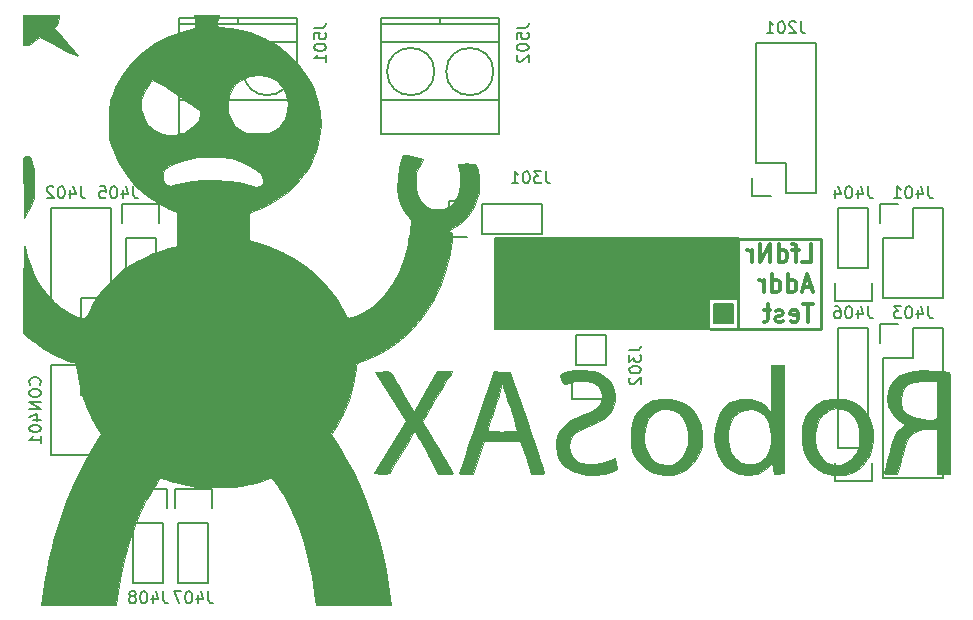
<source format=gbo>
G04 #@! TF.FileFunction,Legend,Bot*
%FSLAX46Y46*%
G04 Gerber Fmt 4.6, Leading zero omitted, Abs format (unit mm)*
G04 Created by KiCad (PCBNEW 4.0.7) date Monday, 16 October 2017 'AMt' 00:26:45*
%MOMM*%
%LPD*%
G01*
G04 APERTURE LIST*
%ADD10C,0.100000*%
%ADD11C,0.254000*%
%ADD12C,0.300000*%
%ADD13C,0.010000*%
%ADD14C,0.150000*%
%ADD15C,0.200000*%
G04 APERTURE END LIST*
D10*
D11*
X177546000Y-101600000D02*
X177546000Y-93980000D01*
X168148000Y-101600000D02*
X177546000Y-101600000D01*
X177546000Y-93980000D02*
X170561000Y-93980000D01*
D12*
X175966571Y-95918571D02*
X176680857Y-95918571D01*
X176680857Y-94418571D01*
X175680857Y-94918571D02*
X175109428Y-94918571D01*
X175466571Y-95918571D02*
X175466571Y-94632857D01*
X175395143Y-94490000D01*
X175252285Y-94418571D01*
X175109428Y-94418571D01*
X173966571Y-95918571D02*
X173966571Y-94418571D01*
X173966571Y-95847143D02*
X174109428Y-95918571D01*
X174395142Y-95918571D01*
X174538000Y-95847143D01*
X174609428Y-95775714D01*
X174680857Y-95632857D01*
X174680857Y-95204286D01*
X174609428Y-95061429D01*
X174538000Y-94990000D01*
X174395142Y-94918571D01*
X174109428Y-94918571D01*
X173966571Y-94990000D01*
X173252285Y-95918571D02*
X173252285Y-94418571D01*
X172395142Y-95918571D01*
X172395142Y-94418571D01*
X171680856Y-95918571D02*
X171680856Y-94918571D01*
X171680856Y-95204286D02*
X171609428Y-95061429D01*
X171537999Y-94990000D01*
X171395142Y-94918571D01*
X171252285Y-94918571D01*
X176752286Y-98040000D02*
X176038000Y-98040000D01*
X176895143Y-98468571D02*
X176395143Y-96968571D01*
X175895143Y-98468571D01*
X174752286Y-98468571D02*
X174752286Y-96968571D01*
X174752286Y-98397143D02*
X174895143Y-98468571D01*
X175180857Y-98468571D01*
X175323715Y-98397143D01*
X175395143Y-98325714D01*
X175466572Y-98182857D01*
X175466572Y-97754286D01*
X175395143Y-97611429D01*
X175323715Y-97540000D01*
X175180857Y-97468571D01*
X174895143Y-97468571D01*
X174752286Y-97540000D01*
X173395143Y-98468571D02*
X173395143Y-96968571D01*
X173395143Y-98397143D02*
X173538000Y-98468571D01*
X173823714Y-98468571D01*
X173966572Y-98397143D01*
X174038000Y-98325714D01*
X174109429Y-98182857D01*
X174109429Y-97754286D01*
X174038000Y-97611429D01*
X173966572Y-97540000D01*
X173823714Y-97468571D01*
X173538000Y-97468571D01*
X173395143Y-97540000D01*
X172680857Y-98468571D02*
X172680857Y-97468571D01*
X172680857Y-97754286D02*
X172609429Y-97611429D01*
X172538000Y-97540000D01*
X172395143Y-97468571D01*
X172252286Y-97468571D01*
X176895143Y-99518571D02*
X176038000Y-99518571D01*
X176466571Y-101018571D02*
X176466571Y-99518571D01*
X174966572Y-100947143D02*
X175109429Y-101018571D01*
X175395143Y-101018571D01*
X175538000Y-100947143D01*
X175609429Y-100804286D01*
X175609429Y-100232857D01*
X175538000Y-100090000D01*
X175395143Y-100018571D01*
X175109429Y-100018571D01*
X174966572Y-100090000D01*
X174895143Y-100232857D01*
X174895143Y-100375714D01*
X175609429Y-100518571D01*
X174323715Y-100947143D02*
X174180858Y-101018571D01*
X173895143Y-101018571D01*
X173752286Y-100947143D01*
X173680858Y-100804286D01*
X173680858Y-100732857D01*
X173752286Y-100590000D01*
X173895143Y-100518571D01*
X174109429Y-100518571D01*
X174252286Y-100447143D01*
X174323715Y-100304286D01*
X174323715Y-100232857D01*
X174252286Y-100090000D01*
X174109429Y-100018571D01*
X173895143Y-100018571D01*
X173752286Y-100090000D01*
X173252286Y-100018571D02*
X172680857Y-100018571D01*
X173038000Y-99518571D02*
X173038000Y-100804286D01*
X172966572Y-100947143D01*
X172823714Y-101018571D01*
X172680857Y-101018571D01*
D13*
G36*
X124511754Y-75566762D02*
X124538008Y-76133525D01*
X123644004Y-76369302D01*
X122357441Y-76804526D01*
X121182252Y-77397907D01*
X120128895Y-78140233D01*
X119207830Y-79022294D01*
X118429518Y-80034877D01*
X117804416Y-81168772D01*
X117577476Y-81711972D01*
X117453895Y-82047299D01*
X117367148Y-82325439D01*
X117310588Y-82594541D01*
X117277567Y-82902753D01*
X117261439Y-83298222D01*
X117255557Y-83829098D01*
X117254707Y-84050000D01*
X117256479Y-84663791D01*
X117269489Y-85124933D01*
X117298627Y-85480676D01*
X117348786Y-85778269D01*
X117424860Y-86064962D01*
X117481609Y-86241366D01*
X117987006Y-87443151D01*
X118657648Y-88538739D01*
X119482359Y-89516148D01*
X120449965Y-90363392D01*
X121549289Y-91068490D01*
X122337376Y-91448384D01*
X123000000Y-91730003D01*
X123000000Y-94596189D01*
X122725000Y-94655031D01*
X122243637Y-94783918D01*
X121650164Y-94981420D01*
X121009422Y-95222935D01*
X120386252Y-95483865D01*
X119845492Y-95739607D01*
X119788542Y-95769134D01*
X118632236Y-96484000D01*
X117587420Y-97349736D01*
X116675257Y-98344906D01*
X115916912Y-99448075D01*
X115626086Y-99984828D01*
X115442722Y-100345337D01*
X115313068Y-100559763D01*
X115202866Y-100661638D01*
X115077854Y-100684491D01*
X114929999Y-100666125D01*
X114380613Y-100503164D01*
X113770045Y-100195195D01*
X113141210Y-99767984D01*
X112537020Y-99247297D01*
X112489363Y-99200727D01*
X112014304Y-98698219D01*
X111609642Y-98187170D01*
X111258493Y-97634792D01*
X110943968Y-97008297D01*
X110649183Y-96274897D01*
X110357250Y-95401806D01*
X110119884Y-94600000D01*
X110092674Y-94570965D01*
X110069728Y-94695858D01*
X110050817Y-94982097D01*
X110035709Y-95437105D01*
X110024173Y-96068301D01*
X110015978Y-96883107D01*
X110010892Y-97888942D01*
X110010209Y-98120689D01*
X110000000Y-101991379D01*
X110675000Y-102533615D01*
X111072861Y-102840990D01*
X111497001Y-103149443D01*
X111862999Y-103397799D01*
X111900000Y-103421285D01*
X112221260Y-103604741D01*
X112623326Y-103808325D01*
X113057823Y-104010656D01*
X113476372Y-104190355D01*
X113830597Y-104326041D01*
X114072121Y-104396335D01*
X114118049Y-104401531D01*
X114272333Y-104432304D01*
X114389747Y-104540654D01*
X114483184Y-104756785D01*
X114565536Y-105110904D01*
X114649696Y-105633218D01*
X114652740Y-105654276D01*
X114910457Y-106956543D01*
X115298975Y-108142995D01*
X115836915Y-109263391D01*
X116265683Y-109964937D01*
X116606090Y-110479875D01*
X116013536Y-111420429D01*
X115129794Y-112950505D01*
X114304700Y-114632760D01*
X113556992Y-116423395D01*
X112905405Y-118278610D01*
X112514402Y-119600000D01*
X112397548Y-120064133D01*
X112263502Y-120653600D01*
X112121984Y-121319337D01*
X111982713Y-122012283D01*
X111855410Y-122683374D01*
X111749794Y-123283550D01*
X111675585Y-123763747D01*
X111652609Y-123950000D01*
X111610454Y-124314903D01*
X111567808Y-124627943D01*
X111542836Y-124775000D01*
X111496190Y-125000000D01*
X117876956Y-125000000D01*
X117945307Y-124425000D01*
X118187871Y-122809753D01*
X118525080Y-121210736D01*
X118945095Y-119670242D01*
X119436077Y-118230567D01*
X119986186Y-116934006D01*
X120117404Y-116665319D01*
X120349602Y-116221729D01*
X120612125Y-115750747D01*
X120882828Y-115288693D01*
X121139566Y-114871890D01*
X121360195Y-114536662D01*
X121522570Y-114319329D01*
X121583868Y-114259970D01*
X121704571Y-114268970D01*
X121961983Y-114330604D01*
X122303819Y-114432075D01*
X122356196Y-114448979D01*
X123158346Y-114689068D01*
X123898708Y-114858370D01*
X124642947Y-114966579D01*
X125456731Y-115023388D01*
X126350000Y-115038582D01*
X127185718Y-115026483D01*
X127862130Y-114989671D01*
X128418735Y-114925274D01*
X128750000Y-114864034D01*
X129202005Y-114757957D01*
X129704780Y-114627190D01*
X130199261Y-114488408D01*
X130626385Y-114358286D01*
X130927089Y-114253502D01*
X130959558Y-114240187D01*
X131064883Y-114297255D01*
X131246440Y-114500519D01*
X131483945Y-114821007D01*
X131757116Y-115229743D01*
X132045670Y-115697753D01*
X132329325Y-116196064D01*
X132331468Y-116200000D01*
X132843755Y-117254765D01*
X133322907Y-118461844D01*
X133755006Y-119774479D01*
X134126134Y-121145907D01*
X134422372Y-122529369D01*
X134629801Y-123878105D01*
X134638316Y-123950000D01*
X134754801Y-124950000D01*
X137956897Y-124976358D01*
X141158994Y-125002716D01*
X140988646Y-123826358D01*
X140698956Y-122060462D01*
X140356185Y-120430756D01*
X139944303Y-118876888D01*
X139447283Y-117338512D01*
X138849097Y-115755277D01*
X138837295Y-115725971D01*
X138487068Y-114880105D01*
X138160524Y-114148949D01*
X137825532Y-113468286D01*
X137449963Y-112773896D01*
X137001686Y-112001559D01*
X136832550Y-111719014D01*
X136091446Y-110488029D01*
X136489390Y-109892104D01*
X137107509Y-108807676D01*
X137599171Y-107613973D01*
X137942440Y-106372236D01*
X138092346Y-105416859D01*
X138140881Y-105025992D01*
X138196196Y-104714447D01*
X138248546Y-104533788D01*
X138263426Y-104511750D01*
X138399964Y-104442712D01*
X138662215Y-104338940D01*
X138900000Y-104254862D01*
X140083765Y-103754257D01*
X141225444Y-103070155D01*
X142301052Y-102218237D01*
X142896207Y-101641942D01*
X143850678Y-100505292D01*
X144668144Y-99230706D01*
X145339730Y-97833813D01*
X145798343Y-96531500D01*
X145909952Y-96114439D01*
X146021029Y-95627329D01*
X146124913Y-95109706D01*
X146214941Y-94601103D01*
X146284450Y-94141056D01*
X146326779Y-93769097D01*
X146335265Y-93524761D01*
X146317499Y-93450832D01*
X146189399Y-93411520D01*
X146008334Y-93397444D01*
X145909014Y-93378332D01*
X145955422Y-93315840D01*
X146162656Y-93197272D01*
X146367667Y-93095294D01*
X147069805Y-92644950D01*
X147669185Y-92030207D01*
X148154995Y-91264277D01*
X148458644Y-90539716D01*
X148550660Y-90143178D01*
X148597700Y-89665221D01*
X148602907Y-89152268D01*
X148569429Y-88650743D01*
X148500409Y-88207067D01*
X148398994Y-87867664D01*
X148268329Y-87678957D01*
X148264651Y-87676531D01*
X148107021Y-87634090D01*
X147835536Y-87609848D01*
X147509935Y-87603112D01*
X147189958Y-87613190D01*
X146935344Y-87639391D01*
X146805833Y-87681024D01*
X146800000Y-87693490D01*
X146833675Y-87846992D01*
X146909849Y-88068490D01*
X146994436Y-88447980D01*
X147018612Y-88940979D01*
X146986192Y-89471589D01*
X146900987Y-89963910D01*
X146798964Y-90275633D01*
X146483926Y-90837374D01*
X146106121Y-91218617D01*
X145644631Y-91434440D01*
X145100000Y-91500000D01*
X144541573Y-91429435D01*
X144082049Y-91206705D01*
X143696452Y-90815259D01*
X143440224Y-90400000D01*
X143333912Y-90118637D01*
X143274426Y-89745982D01*
X143253690Y-89230116D01*
X143253527Y-89200000D01*
X143258838Y-88761540D01*
X143289860Y-88450683D01*
X143362676Y-88195264D01*
X143493369Y-87923118D01*
X143568016Y-87788889D01*
X143886032Y-87227779D01*
X143165961Y-87069556D01*
X142789258Y-86983262D01*
X142475547Y-86905069D01*
X142288894Y-86851001D01*
X142282127Y-86848490D01*
X142152489Y-86896517D01*
X142025291Y-87130903D01*
X141904574Y-87538016D01*
X141794381Y-88104223D01*
X141698752Y-88815889D01*
X141698644Y-88816857D01*
X141657531Y-89695578D01*
X141753579Y-90463561D01*
X141998390Y-91165744D01*
X142403562Y-91847061D01*
X142522374Y-92007788D01*
X142644141Y-92161810D01*
X142733522Y-92283246D01*
X142790783Y-92402784D01*
X142816190Y-92551115D01*
X142810007Y-92758928D01*
X142772500Y-93056914D01*
X142703934Y-93475761D01*
X142604574Y-94046160D01*
X142543045Y-94400000D01*
X142256354Y-95652831D01*
X141847407Y-96765986D01*
X141301993Y-97768092D01*
X140605900Y-98687779D01*
X140197303Y-99125263D01*
X139496707Y-99760702D01*
X138824941Y-100222231D01*
X138153344Y-100527502D01*
X137729735Y-100644909D01*
X137568644Y-100671524D01*
X137450640Y-100646109D01*
X137341767Y-100535960D01*
X137208068Y-100308369D01*
X137041369Y-99981905D01*
X136547467Y-99106961D01*
X135976162Y-98312828D01*
X135280766Y-97537456D01*
X134974635Y-97235179D01*
X134009264Y-96391289D01*
X133006846Y-95689182D01*
X131920590Y-95101242D01*
X130703706Y-94599859D01*
X130236969Y-94439283D01*
X129100000Y-94065290D01*
X129100000Y-92929506D01*
X129103449Y-92431503D01*
X129117222Y-92098424D01*
X129146459Y-91895261D01*
X129196301Y-91787006D01*
X129271888Y-91738650D01*
X129275000Y-91737633D01*
X130379897Y-91294344D01*
X131432636Y-90699585D01*
X132395701Y-89980557D01*
X133231578Y-89164460D01*
X133387758Y-88965733D01*
X130312440Y-88965733D01*
X130287074Y-89253054D01*
X130145457Y-89458184D01*
X130075000Y-89496883D01*
X129927744Y-89554995D01*
X129811715Y-89579648D01*
X129670724Y-89565305D01*
X129448581Y-89506428D01*
X129100000Y-89400796D01*
X128287178Y-89211549D01*
X127344186Y-89087603D01*
X126330428Y-89030519D01*
X125305304Y-89041856D01*
X124328218Y-89123175D01*
X123550000Y-89255035D01*
X123022297Y-89370650D01*
X122653201Y-89443471D01*
X122406247Y-89474829D01*
X122244973Y-89466057D01*
X122132914Y-89418486D01*
X122033606Y-89333451D01*
X122011258Y-89311257D01*
X121845718Y-89023276D01*
X121796208Y-88662076D01*
X121863807Y-88312185D01*
X121995851Y-88104149D01*
X122364065Y-87831831D01*
X122921285Y-87564185D01*
X123672922Y-87298626D01*
X123700000Y-87290210D01*
X124037366Y-87194321D01*
X124354375Y-87128965D01*
X124702195Y-87088880D01*
X125131991Y-87068807D01*
X125694928Y-87063482D01*
X125900000Y-87063985D01*
X126498055Y-87070087D01*
X126946918Y-87086761D01*
X127297349Y-87120171D01*
X127600108Y-87176480D01*
X127905956Y-87261853D01*
X128125807Y-87334265D01*
X129022306Y-87703620D01*
X129737873Y-88140614D01*
X130025000Y-88380771D01*
X130224200Y-88655285D01*
X130312440Y-88965733D01*
X133387758Y-88965733D01*
X133771698Y-88477200D01*
X134066930Y-88041955D01*
X134277226Y-87710055D01*
X134434039Y-87422200D01*
X134568823Y-87119091D01*
X134713032Y-86741427D01*
X134758405Y-86616941D01*
X135071055Y-85479014D01*
X135193366Y-84340487D01*
X135134401Y-83216194D01*
X134973906Y-82455829D01*
X132399713Y-82455829D01*
X132364620Y-83133873D01*
X132155475Y-83798583D01*
X131777410Y-84408605D01*
X131590391Y-84578883D01*
X131298409Y-84785465D01*
X130977556Y-84979689D01*
X130703923Y-85112892D01*
X130644574Y-85133073D01*
X130452060Y-85156746D01*
X130127000Y-85167397D01*
X129736546Y-85162986D01*
X129700000Y-85161763D01*
X129251688Y-85130981D01*
X128927543Y-85064286D01*
X128652497Y-84943215D01*
X128541710Y-84876882D01*
X127967129Y-84417125D01*
X127573115Y-83874491D01*
X127439636Y-83487427D01*
X124988559Y-83487427D01*
X124875493Y-83849435D01*
X124856474Y-83887481D01*
X124647775Y-84179419D01*
X124328923Y-84506403D01*
X123965921Y-84808773D01*
X123624772Y-85026866D01*
X123564466Y-85055342D01*
X123226373Y-85143498D01*
X122773364Y-85186778D01*
X122285489Y-85184894D01*
X121842797Y-85137561D01*
X121564516Y-85062509D01*
X120985479Y-84717566D01*
X120518008Y-84233027D01*
X120183073Y-83647350D01*
X120001643Y-82998997D01*
X119994688Y-82326427D01*
X120011928Y-82214878D01*
X120125385Y-81810419D01*
X120308687Y-81394192D01*
X120531833Y-81016443D01*
X120764828Y-80727420D01*
X120977673Y-80577370D01*
X120992067Y-80573099D01*
X121117939Y-80587776D01*
X121333319Y-80683328D01*
X121654162Y-80869226D01*
X122096421Y-81154941D01*
X122676051Y-81549944D01*
X122899545Y-81705439D01*
X123422692Y-82069308D01*
X123900375Y-82398664D01*
X124304629Y-82674454D01*
X124607488Y-82877628D01*
X124780984Y-82989134D01*
X124799343Y-82999648D01*
X124962277Y-83190212D01*
X124988559Y-83487427D01*
X127439636Y-83487427D01*
X127353742Y-83238355D01*
X127300000Y-82650499D01*
X127389469Y-81932691D01*
X127645814Y-81308569D01*
X128050947Y-80795744D01*
X128586779Y-80411825D01*
X129235220Y-80174422D01*
X129919283Y-80100557D01*
X130552424Y-80166656D01*
X131089599Y-80377856D01*
X131485534Y-80660816D01*
X131957685Y-81187389D01*
X132263239Y-81796364D01*
X132399713Y-82455829D01*
X134973906Y-82455829D01*
X134903224Y-82120967D01*
X134508900Y-81069637D01*
X133960493Y-80077037D01*
X133267067Y-79157998D01*
X132437686Y-78327353D01*
X131481415Y-77599934D01*
X130407316Y-76990572D01*
X129224456Y-76514100D01*
X128450000Y-76294230D01*
X128014655Y-76201050D01*
X127599328Y-76131993D01*
X127284371Y-76100109D01*
X127250000Y-76099335D01*
X126832469Y-76081570D01*
X126576584Y-76018853D01*
X126445305Y-75889132D01*
X126401594Y-75670358D01*
X126400000Y-75593305D01*
X126448938Y-75263720D01*
X126575000Y-75108009D01*
X126594874Y-75061561D01*
X126458764Y-75029649D01*
X126152425Y-75010712D01*
X125661617Y-75003186D01*
X125617750Y-75003040D01*
X124485500Y-75000000D01*
X124511754Y-75566762D01*
X124511754Y-75566762D01*
G37*
X124511754Y-75566762D02*
X124538008Y-76133525D01*
X123644004Y-76369302D01*
X122357441Y-76804526D01*
X121182252Y-77397907D01*
X120128895Y-78140233D01*
X119207830Y-79022294D01*
X118429518Y-80034877D01*
X117804416Y-81168772D01*
X117577476Y-81711972D01*
X117453895Y-82047299D01*
X117367148Y-82325439D01*
X117310588Y-82594541D01*
X117277567Y-82902753D01*
X117261439Y-83298222D01*
X117255557Y-83829098D01*
X117254707Y-84050000D01*
X117256479Y-84663791D01*
X117269489Y-85124933D01*
X117298627Y-85480676D01*
X117348786Y-85778269D01*
X117424860Y-86064962D01*
X117481609Y-86241366D01*
X117987006Y-87443151D01*
X118657648Y-88538739D01*
X119482359Y-89516148D01*
X120449965Y-90363392D01*
X121549289Y-91068490D01*
X122337376Y-91448384D01*
X123000000Y-91730003D01*
X123000000Y-94596189D01*
X122725000Y-94655031D01*
X122243637Y-94783918D01*
X121650164Y-94981420D01*
X121009422Y-95222935D01*
X120386252Y-95483865D01*
X119845492Y-95739607D01*
X119788542Y-95769134D01*
X118632236Y-96484000D01*
X117587420Y-97349736D01*
X116675257Y-98344906D01*
X115916912Y-99448075D01*
X115626086Y-99984828D01*
X115442722Y-100345337D01*
X115313068Y-100559763D01*
X115202866Y-100661638D01*
X115077854Y-100684491D01*
X114929999Y-100666125D01*
X114380613Y-100503164D01*
X113770045Y-100195195D01*
X113141210Y-99767984D01*
X112537020Y-99247297D01*
X112489363Y-99200727D01*
X112014304Y-98698219D01*
X111609642Y-98187170D01*
X111258493Y-97634792D01*
X110943968Y-97008297D01*
X110649183Y-96274897D01*
X110357250Y-95401806D01*
X110119884Y-94600000D01*
X110092674Y-94570965D01*
X110069728Y-94695858D01*
X110050817Y-94982097D01*
X110035709Y-95437105D01*
X110024173Y-96068301D01*
X110015978Y-96883107D01*
X110010892Y-97888942D01*
X110010209Y-98120689D01*
X110000000Y-101991379D01*
X110675000Y-102533615D01*
X111072861Y-102840990D01*
X111497001Y-103149443D01*
X111862999Y-103397799D01*
X111900000Y-103421285D01*
X112221260Y-103604741D01*
X112623326Y-103808325D01*
X113057823Y-104010656D01*
X113476372Y-104190355D01*
X113830597Y-104326041D01*
X114072121Y-104396335D01*
X114118049Y-104401531D01*
X114272333Y-104432304D01*
X114389747Y-104540654D01*
X114483184Y-104756785D01*
X114565536Y-105110904D01*
X114649696Y-105633218D01*
X114652740Y-105654276D01*
X114910457Y-106956543D01*
X115298975Y-108142995D01*
X115836915Y-109263391D01*
X116265683Y-109964937D01*
X116606090Y-110479875D01*
X116013536Y-111420429D01*
X115129794Y-112950505D01*
X114304700Y-114632760D01*
X113556992Y-116423395D01*
X112905405Y-118278610D01*
X112514402Y-119600000D01*
X112397548Y-120064133D01*
X112263502Y-120653600D01*
X112121984Y-121319337D01*
X111982713Y-122012283D01*
X111855410Y-122683374D01*
X111749794Y-123283550D01*
X111675585Y-123763747D01*
X111652609Y-123950000D01*
X111610454Y-124314903D01*
X111567808Y-124627943D01*
X111542836Y-124775000D01*
X111496190Y-125000000D01*
X117876956Y-125000000D01*
X117945307Y-124425000D01*
X118187871Y-122809753D01*
X118525080Y-121210736D01*
X118945095Y-119670242D01*
X119436077Y-118230567D01*
X119986186Y-116934006D01*
X120117404Y-116665319D01*
X120349602Y-116221729D01*
X120612125Y-115750747D01*
X120882828Y-115288693D01*
X121139566Y-114871890D01*
X121360195Y-114536662D01*
X121522570Y-114319329D01*
X121583868Y-114259970D01*
X121704571Y-114268970D01*
X121961983Y-114330604D01*
X122303819Y-114432075D01*
X122356196Y-114448979D01*
X123158346Y-114689068D01*
X123898708Y-114858370D01*
X124642947Y-114966579D01*
X125456731Y-115023388D01*
X126350000Y-115038582D01*
X127185718Y-115026483D01*
X127862130Y-114989671D01*
X128418735Y-114925274D01*
X128750000Y-114864034D01*
X129202005Y-114757957D01*
X129704780Y-114627190D01*
X130199261Y-114488408D01*
X130626385Y-114358286D01*
X130927089Y-114253502D01*
X130959558Y-114240187D01*
X131064883Y-114297255D01*
X131246440Y-114500519D01*
X131483945Y-114821007D01*
X131757116Y-115229743D01*
X132045670Y-115697753D01*
X132329325Y-116196064D01*
X132331468Y-116200000D01*
X132843755Y-117254765D01*
X133322907Y-118461844D01*
X133755006Y-119774479D01*
X134126134Y-121145907D01*
X134422372Y-122529369D01*
X134629801Y-123878105D01*
X134638316Y-123950000D01*
X134754801Y-124950000D01*
X137956897Y-124976358D01*
X141158994Y-125002716D01*
X140988646Y-123826358D01*
X140698956Y-122060462D01*
X140356185Y-120430756D01*
X139944303Y-118876888D01*
X139447283Y-117338512D01*
X138849097Y-115755277D01*
X138837295Y-115725971D01*
X138487068Y-114880105D01*
X138160524Y-114148949D01*
X137825532Y-113468286D01*
X137449963Y-112773896D01*
X137001686Y-112001559D01*
X136832550Y-111719014D01*
X136091446Y-110488029D01*
X136489390Y-109892104D01*
X137107509Y-108807676D01*
X137599171Y-107613973D01*
X137942440Y-106372236D01*
X138092346Y-105416859D01*
X138140881Y-105025992D01*
X138196196Y-104714447D01*
X138248546Y-104533788D01*
X138263426Y-104511750D01*
X138399964Y-104442712D01*
X138662215Y-104338940D01*
X138900000Y-104254862D01*
X140083765Y-103754257D01*
X141225444Y-103070155D01*
X142301052Y-102218237D01*
X142896207Y-101641942D01*
X143850678Y-100505292D01*
X144668144Y-99230706D01*
X145339730Y-97833813D01*
X145798343Y-96531500D01*
X145909952Y-96114439D01*
X146021029Y-95627329D01*
X146124913Y-95109706D01*
X146214941Y-94601103D01*
X146284450Y-94141056D01*
X146326779Y-93769097D01*
X146335265Y-93524761D01*
X146317499Y-93450832D01*
X146189399Y-93411520D01*
X146008334Y-93397444D01*
X145909014Y-93378332D01*
X145955422Y-93315840D01*
X146162656Y-93197272D01*
X146367667Y-93095294D01*
X147069805Y-92644950D01*
X147669185Y-92030207D01*
X148154995Y-91264277D01*
X148458644Y-90539716D01*
X148550660Y-90143178D01*
X148597700Y-89665221D01*
X148602907Y-89152268D01*
X148569429Y-88650743D01*
X148500409Y-88207067D01*
X148398994Y-87867664D01*
X148268329Y-87678957D01*
X148264651Y-87676531D01*
X148107021Y-87634090D01*
X147835536Y-87609848D01*
X147509935Y-87603112D01*
X147189958Y-87613190D01*
X146935344Y-87639391D01*
X146805833Y-87681024D01*
X146800000Y-87693490D01*
X146833675Y-87846992D01*
X146909849Y-88068490D01*
X146994436Y-88447980D01*
X147018612Y-88940979D01*
X146986192Y-89471589D01*
X146900987Y-89963910D01*
X146798964Y-90275633D01*
X146483926Y-90837374D01*
X146106121Y-91218617D01*
X145644631Y-91434440D01*
X145100000Y-91500000D01*
X144541573Y-91429435D01*
X144082049Y-91206705D01*
X143696452Y-90815259D01*
X143440224Y-90400000D01*
X143333912Y-90118637D01*
X143274426Y-89745982D01*
X143253690Y-89230116D01*
X143253527Y-89200000D01*
X143258838Y-88761540D01*
X143289860Y-88450683D01*
X143362676Y-88195264D01*
X143493369Y-87923118D01*
X143568016Y-87788889D01*
X143886032Y-87227779D01*
X143165961Y-87069556D01*
X142789258Y-86983262D01*
X142475547Y-86905069D01*
X142288894Y-86851001D01*
X142282127Y-86848490D01*
X142152489Y-86896517D01*
X142025291Y-87130903D01*
X141904574Y-87538016D01*
X141794381Y-88104223D01*
X141698752Y-88815889D01*
X141698644Y-88816857D01*
X141657531Y-89695578D01*
X141753579Y-90463561D01*
X141998390Y-91165744D01*
X142403562Y-91847061D01*
X142522374Y-92007788D01*
X142644141Y-92161810D01*
X142733522Y-92283246D01*
X142790783Y-92402784D01*
X142816190Y-92551115D01*
X142810007Y-92758928D01*
X142772500Y-93056914D01*
X142703934Y-93475761D01*
X142604574Y-94046160D01*
X142543045Y-94400000D01*
X142256354Y-95652831D01*
X141847407Y-96765986D01*
X141301993Y-97768092D01*
X140605900Y-98687779D01*
X140197303Y-99125263D01*
X139496707Y-99760702D01*
X138824941Y-100222231D01*
X138153344Y-100527502D01*
X137729735Y-100644909D01*
X137568644Y-100671524D01*
X137450640Y-100646109D01*
X137341767Y-100535960D01*
X137208068Y-100308369D01*
X137041369Y-99981905D01*
X136547467Y-99106961D01*
X135976162Y-98312828D01*
X135280766Y-97537456D01*
X134974635Y-97235179D01*
X134009264Y-96391289D01*
X133006846Y-95689182D01*
X131920590Y-95101242D01*
X130703706Y-94599859D01*
X130236969Y-94439283D01*
X129100000Y-94065290D01*
X129100000Y-92929506D01*
X129103449Y-92431503D01*
X129117222Y-92098424D01*
X129146459Y-91895261D01*
X129196301Y-91787006D01*
X129271888Y-91738650D01*
X129275000Y-91737633D01*
X130379897Y-91294344D01*
X131432636Y-90699585D01*
X132395701Y-89980557D01*
X133231578Y-89164460D01*
X133387758Y-88965733D01*
X130312440Y-88965733D01*
X130287074Y-89253054D01*
X130145457Y-89458184D01*
X130075000Y-89496883D01*
X129927744Y-89554995D01*
X129811715Y-89579648D01*
X129670724Y-89565305D01*
X129448581Y-89506428D01*
X129100000Y-89400796D01*
X128287178Y-89211549D01*
X127344186Y-89087603D01*
X126330428Y-89030519D01*
X125305304Y-89041856D01*
X124328218Y-89123175D01*
X123550000Y-89255035D01*
X123022297Y-89370650D01*
X122653201Y-89443471D01*
X122406247Y-89474829D01*
X122244973Y-89466057D01*
X122132914Y-89418486D01*
X122033606Y-89333451D01*
X122011258Y-89311257D01*
X121845718Y-89023276D01*
X121796208Y-88662076D01*
X121863807Y-88312185D01*
X121995851Y-88104149D01*
X122364065Y-87831831D01*
X122921285Y-87564185D01*
X123672922Y-87298626D01*
X123700000Y-87290210D01*
X124037366Y-87194321D01*
X124354375Y-87128965D01*
X124702195Y-87088880D01*
X125131991Y-87068807D01*
X125694928Y-87063482D01*
X125900000Y-87063985D01*
X126498055Y-87070087D01*
X126946918Y-87086761D01*
X127297349Y-87120171D01*
X127600108Y-87176480D01*
X127905956Y-87261853D01*
X128125807Y-87334265D01*
X129022306Y-87703620D01*
X129737873Y-88140614D01*
X130025000Y-88380771D01*
X130224200Y-88655285D01*
X130312440Y-88965733D01*
X133387758Y-88965733D01*
X133771698Y-88477200D01*
X134066930Y-88041955D01*
X134277226Y-87710055D01*
X134434039Y-87422200D01*
X134568823Y-87119091D01*
X134713032Y-86741427D01*
X134758405Y-86616941D01*
X135071055Y-85479014D01*
X135193366Y-84340487D01*
X135134401Y-83216194D01*
X134973906Y-82455829D01*
X132399713Y-82455829D01*
X132364620Y-83133873D01*
X132155475Y-83798583D01*
X131777410Y-84408605D01*
X131590391Y-84578883D01*
X131298409Y-84785465D01*
X130977556Y-84979689D01*
X130703923Y-85112892D01*
X130644574Y-85133073D01*
X130452060Y-85156746D01*
X130127000Y-85167397D01*
X129736546Y-85162986D01*
X129700000Y-85161763D01*
X129251688Y-85130981D01*
X128927543Y-85064286D01*
X128652497Y-84943215D01*
X128541710Y-84876882D01*
X127967129Y-84417125D01*
X127573115Y-83874491D01*
X127439636Y-83487427D01*
X124988559Y-83487427D01*
X124875493Y-83849435D01*
X124856474Y-83887481D01*
X124647775Y-84179419D01*
X124328923Y-84506403D01*
X123965921Y-84808773D01*
X123624772Y-85026866D01*
X123564466Y-85055342D01*
X123226373Y-85143498D01*
X122773364Y-85186778D01*
X122285489Y-85184894D01*
X121842797Y-85137561D01*
X121564516Y-85062509D01*
X120985479Y-84717566D01*
X120518008Y-84233027D01*
X120183073Y-83647350D01*
X120001643Y-82998997D01*
X119994688Y-82326427D01*
X120011928Y-82214878D01*
X120125385Y-81810419D01*
X120308687Y-81394192D01*
X120531833Y-81016443D01*
X120764828Y-80727420D01*
X120977673Y-80577370D01*
X120992067Y-80573099D01*
X121117939Y-80587776D01*
X121333319Y-80683328D01*
X121654162Y-80869226D01*
X122096421Y-81154941D01*
X122676051Y-81549944D01*
X122899545Y-81705439D01*
X123422692Y-82069308D01*
X123900375Y-82398664D01*
X124304629Y-82674454D01*
X124607488Y-82877628D01*
X124780984Y-82989134D01*
X124799343Y-82999648D01*
X124962277Y-83190212D01*
X124988559Y-83487427D01*
X127439636Y-83487427D01*
X127353742Y-83238355D01*
X127300000Y-82650499D01*
X127389469Y-81932691D01*
X127645814Y-81308569D01*
X128050947Y-80795744D01*
X128586779Y-80411825D01*
X129235220Y-80174422D01*
X129919283Y-80100557D01*
X130552424Y-80166656D01*
X131089599Y-80377856D01*
X131485534Y-80660816D01*
X131957685Y-81187389D01*
X132263239Y-81796364D01*
X132399713Y-82455829D01*
X134973906Y-82455829D01*
X134903224Y-82120967D01*
X134508900Y-81069637D01*
X133960493Y-80077037D01*
X133267067Y-79157998D01*
X132437686Y-78327353D01*
X131481415Y-77599934D01*
X130407316Y-76990572D01*
X129224456Y-76514100D01*
X128450000Y-76294230D01*
X128014655Y-76201050D01*
X127599328Y-76131993D01*
X127284371Y-76100109D01*
X127250000Y-76099335D01*
X126832469Y-76081570D01*
X126576584Y-76018853D01*
X126445305Y-75889132D01*
X126401594Y-75670358D01*
X126400000Y-75593305D01*
X126448938Y-75263720D01*
X126575000Y-75108009D01*
X126594874Y-75061561D01*
X126458764Y-75029649D01*
X126152425Y-75010712D01*
X125661617Y-75003186D01*
X125617750Y-75003040D01*
X124485500Y-75000000D01*
X124511754Y-75566762D01*
G36*
X178597539Y-107523387D02*
X177836502Y-107667957D01*
X177181108Y-107980696D01*
X176641359Y-108454122D01*
X176227258Y-109080754D01*
X176088595Y-109400000D01*
X175957570Y-109922550D01*
X175903359Y-110540499D01*
X175923486Y-111184172D01*
X176015473Y-111783893D01*
X176176841Y-112269985D01*
X176191713Y-112300000D01*
X176628496Y-112963653D01*
X177175166Y-113460220D01*
X177830866Y-113789153D01*
X178594741Y-113949906D01*
X178800000Y-113963650D01*
X179203484Y-113968113D01*
X179558023Y-113950729D01*
X179790734Y-113915235D01*
X179800000Y-113912360D01*
X180487839Y-113613572D01*
X181026319Y-113205591D01*
X181450133Y-112657481D01*
X181662334Y-112251723D01*
X181815194Y-111873438D01*
X181900192Y-111521208D01*
X181935220Y-111104669D01*
X181939556Y-110851723D01*
X181936164Y-110776554D01*
X180801323Y-110776554D01*
X180737231Y-111418983D01*
X180559171Y-112005072D01*
X180268275Y-112483414D01*
X180221116Y-112536192D01*
X179741925Y-112920362D01*
X179211537Y-113120240D01*
X178654781Y-113131084D01*
X178096486Y-112948154D01*
X178087532Y-112943552D01*
X177676012Y-112624560D01*
X177363402Y-112169807D01*
X177152864Y-111619121D01*
X177047559Y-111012332D01*
X177050649Y-110389270D01*
X177165295Y-109789764D01*
X177394661Y-109253644D01*
X177741907Y-108820739D01*
X177759036Y-108805480D01*
X178256174Y-108487885D01*
X178792132Y-108350636D01*
X179330578Y-108390588D01*
X179835180Y-108604595D01*
X180269605Y-108989511D01*
X180298464Y-109025333D01*
X180583072Y-109528319D01*
X180750314Y-110129196D01*
X180801323Y-110776554D01*
X181936164Y-110776554D01*
X181908107Y-110154939D01*
X181796919Y-109588979D01*
X181591202Y-109095510D01*
X181425330Y-108823349D01*
X180921536Y-108245020D01*
X180307301Y-107830279D01*
X179594842Y-107584743D01*
X178796377Y-107514027D01*
X178597539Y-107523387D01*
X178597539Y-107523387D01*
G37*
X178597539Y-107523387D02*
X177836502Y-107667957D01*
X177181108Y-107980696D01*
X176641359Y-108454122D01*
X176227258Y-109080754D01*
X176088595Y-109400000D01*
X175957570Y-109922550D01*
X175903359Y-110540499D01*
X175923486Y-111184172D01*
X176015473Y-111783893D01*
X176176841Y-112269985D01*
X176191713Y-112300000D01*
X176628496Y-112963653D01*
X177175166Y-113460220D01*
X177830866Y-113789153D01*
X178594741Y-113949906D01*
X178800000Y-113963650D01*
X179203484Y-113968113D01*
X179558023Y-113950729D01*
X179790734Y-113915235D01*
X179800000Y-113912360D01*
X180487839Y-113613572D01*
X181026319Y-113205591D01*
X181450133Y-112657481D01*
X181662334Y-112251723D01*
X181815194Y-111873438D01*
X181900192Y-111521208D01*
X181935220Y-111104669D01*
X181939556Y-110851723D01*
X181936164Y-110776554D01*
X180801323Y-110776554D01*
X180737231Y-111418983D01*
X180559171Y-112005072D01*
X180268275Y-112483414D01*
X180221116Y-112536192D01*
X179741925Y-112920362D01*
X179211537Y-113120240D01*
X178654781Y-113131084D01*
X178096486Y-112948154D01*
X178087532Y-112943552D01*
X177676012Y-112624560D01*
X177363402Y-112169807D01*
X177152864Y-111619121D01*
X177047559Y-111012332D01*
X177050649Y-110389270D01*
X177165295Y-109789764D01*
X177394661Y-109253644D01*
X177741907Y-108820739D01*
X177759036Y-108805480D01*
X178256174Y-108487885D01*
X178792132Y-108350636D01*
X179330578Y-108390588D01*
X179835180Y-108604595D01*
X180269605Y-108989511D01*
X180298464Y-109025333D01*
X180583072Y-109528319D01*
X180750314Y-110129196D01*
X180801323Y-110776554D01*
X181936164Y-110776554D01*
X181908107Y-110154939D01*
X181796919Y-109588979D01*
X181591202Y-109095510D01*
X181425330Y-108823349D01*
X180921536Y-108245020D01*
X180307301Y-107830279D01*
X179594842Y-107584743D01*
X178796377Y-107514027D01*
X178597539Y-107523387D01*
G36*
X173293664Y-108650000D02*
X173087637Y-108373826D01*
X172878226Y-108159936D01*
X172578425Y-107927880D01*
X172415805Y-107823826D01*
X172142662Y-107679951D01*
X171885435Y-107596862D01*
X171571282Y-107558802D01*
X171150000Y-107550000D01*
X170715452Y-107559410D01*
X170406733Y-107598512D01*
X170150124Y-107683614D01*
X169871902Y-107831025D01*
X169867241Y-107833762D01*
X169369038Y-108237012D01*
X168980730Y-108774386D01*
X168705322Y-109410968D01*
X168545817Y-110111842D01*
X168505223Y-110842092D01*
X168586542Y-111566801D01*
X168792781Y-112251055D01*
X169126943Y-112859935D01*
X169406206Y-113190820D01*
X169969569Y-113618270D01*
X170627008Y-113889824D01*
X171334721Y-113994466D01*
X172048903Y-113921177D01*
X172176684Y-113887685D01*
X172428263Y-113766120D01*
X172735652Y-113551041D01*
X172950645Y-113364841D01*
X173397924Y-112936273D01*
X173462499Y-113423062D01*
X173527074Y-113909852D01*
X173988537Y-113879926D01*
X174254773Y-113847953D01*
X174408545Y-113800632D01*
X174425000Y-113775000D01*
X174419841Y-113662494D01*
X174415040Y-113370391D01*
X174410711Y-112919097D01*
X174406964Y-112329013D01*
X174403910Y-111620544D01*
X174402744Y-111202038D01*
X173287192Y-111202038D01*
X173229143Y-111698106D01*
X173097405Y-112095779D01*
X172880783Y-112442517D01*
X172821365Y-112515794D01*
X172403370Y-112866277D01*
X171896514Y-113060125D01*
X171345873Y-113089230D01*
X170796523Y-112945486D01*
X170696128Y-112898024D01*
X170266795Y-112572181D01*
X169940247Y-112106861D01*
X169725041Y-111539000D01*
X169629737Y-110905534D01*
X169662891Y-110243396D01*
X169833063Y-109589524D01*
X169894702Y-109439153D01*
X170202685Y-108967166D01*
X170626887Y-108630159D01*
X171126932Y-108441394D01*
X171662441Y-108414131D01*
X172193035Y-108561630D01*
X172336991Y-108637089D01*
X172725273Y-108913328D01*
X172994578Y-109236900D01*
X173165300Y-109649272D01*
X173257831Y-110191910D01*
X173282749Y-110560118D01*
X173287192Y-111202038D01*
X174402744Y-111202038D01*
X174401662Y-110814094D01*
X174400331Y-109930065D01*
X174400000Y-109200000D01*
X174400000Y-104700000D01*
X173300000Y-104700000D01*
X173293664Y-108650000D01*
X173293664Y-108650000D01*
G37*
X173293664Y-108650000D02*
X173087637Y-108373826D01*
X172878226Y-108159936D01*
X172578425Y-107927880D01*
X172415805Y-107823826D01*
X172142662Y-107679951D01*
X171885435Y-107596862D01*
X171571282Y-107558802D01*
X171150000Y-107550000D01*
X170715452Y-107559410D01*
X170406733Y-107598512D01*
X170150124Y-107683614D01*
X169871902Y-107831025D01*
X169867241Y-107833762D01*
X169369038Y-108237012D01*
X168980730Y-108774386D01*
X168705322Y-109410968D01*
X168545817Y-110111842D01*
X168505223Y-110842092D01*
X168586542Y-111566801D01*
X168792781Y-112251055D01*
X169126943Y-112859935D01*
X169406206Y-113190820D01*
X169969569Y-113618270D01*
X170627008Y-113889824D01*
X171334721Y-113994466D01*
X172048903Y-113921177D01*
X172176684Y-113887685D01*
X172428263Y-113766120D01*
X172735652Y-113551041D01*
X172950645Y-113364841D01*
X173397924Y-112936273D01*
X173462499Y-113423062D01*
X173527074Y-113909852D01*
X173988537Y-113879926D01*
X174254773Y-113847953D01*
X174408545Y-113800632D01*
X174425000Y-113775000D01*
X174419841Y-113662494D01*
X174415040Y-113370391D01*
X174410711Y-112919097D01*
X174406964Y-112329013D01*
X174403910Y-111620544D01*
X174402744Y-111202038D01*
X173287192Y-111202038D01*
X173229143Y-111698106D01*
X173097405Y-112095779D01*
X172880783Y-112442517D01*
X172821365Y-112515794D01*
X172403370Y-112866277D01*
X171896514Y-113060125D01*
X171345873Y-113089230D01*
X170796523Y-112945486D01*
X170696128Y-112898024D01*
X170266795Y-112572181D01*
X169940247Y-112106861D01*
X169725041Y-111539000D01*
X169629737Y-110905534D01*
X169662891Y-110243396D01*
X169833063Y-109589524D01*
X169894702Y-109439153D01*
X170202685Y-108967166D01*
X170626887Y-108630159D01*
X171126932Y-108441394D01*
X171662441Y-108414131D01*
X172193035Y-108561630D01*
X172336991Y-108637089D01*
X172725273Y-108913328D01*
X172994578Y-109236900D01*
X173165300Y-109649272D01*
X173257831Y-110191910D01*
X173282749Y-110560118D01*
X173287192Y-111202038D01*
X174402744Y-111202038D01*
X174401662Y-110814094D01*
X174400331Y-109930065D01*
X174400000Y-109200000D01*
X174400000Y-104700000D01*
X173300000Y-104700000D01*
X173293664Y-108650000D01*
G36*
X163358783Y-107669812D02*
X162696864Y-107987810D01*
X162144365Y-108461382D01*
X161723908Y-109075084D01*
X161669569Y-109187054D01*
X161534216Y-109627224D01*
X161456298Y-110189835D01*
X161435944Y-110807605D01*
X161473285Y-111413253D01*
X161568449Y-111939499D01*
X161663733Y-112212240D01*
X162041713Y-112831637D01*
X162536869Y-113340143D01*
X163107449Y-113695181D01*
X163125836Y-113703251D01*
X163721970Y-113885944D01*
X164386481Y-113967483D01*
X165038110Y-113943445D01*
X165528877Y-113834052D01*
X166104161Y-113539669D01*
X166628879Y-113091138D01*
X167053303Y-112534310D01*
X167169385Y-112321443D01*
X167305042Y-112021873D01*
X167388707Y-111753884D01*
X167432508Y-111451293D01*
X167448576Y-111047917D01*
X167450000Y-110790249D01*
X167449373Y-110734184D01*
X166322223Y-110734184D01*
X166252003Y-111433089D01*
X166054945Y-112034952D01*
X165751447Y-112524557D01*
X165361910Y-112886685D01*
X164906735Y-113106120D01*
X164406321Y-113167644D01*
X163881068Y-113056040D01*
X163484850Y-112850720D01*
X163164978Y-112545682D01*
X162879422Y-112100437D01*
X162660023Y-111574764D01*
X162546340Y-111088720D01*
X162541236Y-110604716D01*
X162631422Y-110055051D01*
X162796283Y-109522640D01*
X163015203Y-109090396D01*
X163058057Y-109030548D01*
X163467515Y-108637377D01*
X163970651Y-108416760D01*
X164462700Y-108359759D01*
X165021572Y-108447870D01*
X165498967Y-108706114D01*
X165880596Y-109116246D01*
X166152172Y-109660022D01*
X166299408Y-110319199D01*
X166322223Y-110734184D01*
X167449373Y-110734184D01*
X167444813Y-110326757D01*
X167419524Y-109994586D01*
X167359540Y-109725130D01*
X167250271Y-109449784D01*
X167100000Y-109144683D01*
X166666092Y-108488340D01*
X166121190Y-107997651D01*
X165470194Y-107675272D01*
X164718002Y-107523859D01*
X164107497Y-107522832D01*
X163358783Y-107669812D01*
X163358783Y-107669812D01*
G37*
X163358783Y-107669812D02*
X162696864Y-107987810D01*
X162144365Y-108461382D01*
X161723908Y-109075084D01*
X161669569Y-109187054D01*
X161534216Y-109627224D01*
X161456298Y-110189835D01*
X161435944Y-110807605D01*
X161473285Y-111413253D01*
X161568449Y-111939499D01*
X161663733Y-112212240D01*
X162041713Y-112831637D01*
X162536869Y-113340143D01*
X163107449Y-113695181D01*
X163125836Y-113703251D01*
X163721970Y-113885944D01*
X164386481Y-113967483D01*
X165038110Y-113943445D01*
X165528877Y-113834052D01*
X166104161Y-113539669D01*
X166628879Y-113091138D01*
X167053303Y-112534310D01*
X167169385Y-112321443D01*
X167305042Y-112021873D01*
X167388707Y-111753884D01*
X167432508Y-111451293D01*
X167448576Y-111047917D01*
X167450000Y-110790249D01*
X167449373Y-110734184D01*
X166322223Y-110734184D01*
X166252003Y-111433089D01*
X166054945Y-112034952D01*
X165751447Y-112524557D01*
X165361910Y-112886685D01*
X164906735Y-113106120D01*
X164406321Y-113167644D01*
X163881068Y-113056040D01*
X163484850Y-112850720D01*
X163164978Y-112545682D01*
X162879422Y-112100437D01*
X162660023Y-111574764D01*
X162546340Y-111088720D01*
X162541236Y-110604716D01*
X162631422Y-110055051D01*
X162796283Y-109522640D01*
X163015203Y-109090396D01*
X163058057Y-109030548D01*
X163467515Y-108637377D01*
X163970651Y-108416760D01*
X164462700Y-108359759D01*
X165021572Y-108447870D01*
X165498967Y-108706114D01*
X165880596Y-109116246D01*
X166152172Y-109660022D01*
X166299408Y-110319199D01*
X166322223Y-110734184D01*
X167449373Y-110734184D01*
X167444813Y-110326757D01*
X167419524Y-109994586D01*
X167359540Y-109725130D01*
X167250271Y-109449784D01*
X167100000Y-109144683D01*
X166666092Y-108488340D01*
X166121190Y-107997651D01*
X165470194Y-107675272D01*
X164718002Y-107523859D01*
X164107497Y-107522832D01*
X163358783Y-107669812D01*
G36*
X156756162Y-105089431D02*
X156084912Y-105205160D01*
X155969643Y-105237048D01*
X155655308Y-105334438D01*
X155488970Y-105427108D01*
X155448410Y-105566959D01*
X155511407Y-105805891D01*
X155610878Y-106075000D01*
X155678516Y-106224414D01*
X155770131Y-106283344D01*
X155939695Y-106258367D01*
X156241181Y-106156060D01*
X156250000Y-106152883D01*
X156650451Y-106056855D01*
X157131467Y-106011094D01*
X157621671Y-106015532D01*
X158049689Y-106070100D01*
X158309389Y-106154854D01*
X158673894Y-106446960D01*
X158904868Y-106847074D01*
X158987667Y-107302378D01*
X158907651Y-107760054D01*
X158809928Y-107960477D01*
X158632035Y-108191464D01*
X158377911Y-108404007D01*
X158014803Y-108618864D01*
X157509954Y-108856794D01*
X157165179Y-109002876D01*
X156413285Y-109362483D01*
X155846188Y-109752001D01*
X155449057Y-110189143D01*
X155207060Y-110691616D01*
X155105367Y-111277131D01*
X155100000Y-111468940D01*
X155173535Y-112170320D01*
X155400796Y-112748506D01*
X155791764Y-113219366D01*
X156356425Y-113598768D01*
X156477751Y-113658795D01*
X157040812Y-113848613D01*
X157710227Y-113956670D01*
X158407406Y-113977329D01*
X159053757Y-113904957D01*
X159250000Y-113857581D01*
X159756569Y-113703449D01*
X160105672Y-113574755D01*
X160281551Y-113477665D01*
X160300000Y-113446757D01*
X160277575Y-113322315D01*
X160221110Y-113077434D01*
X160191882Y-112959185D01*
X160083763Y-112529806D01*
X159466882Y-112783514D01*
X158891887Y-112960874D01*
X158286676Y-113047309D01*
X157709039Y-113041388D01*
X157216766Y-112941681D01*
X157000340Y-112844593D01*
X156563636Y-112488611D01*
X156297531Y-112048186D01*
X156211471Y-111550204D01*
X156314905Y-111021551D01*
X156338687Y-110961653D01*
X156498352Y-110691901D01*
X156755751Y-110445360D01*
X157139769Y-110201429D01*
X157679293Y-109939506D01*
X157913954Y-109838191D01*
X158348208Y-109640852D01*
X158771043Y-109424974D01*
X159102181Y-109231970D01*
X159146477Y-109202424D01*
X159637680Y-108759094D01*
X159961708Y-108241725D01*
X160122165Y-107680372D01*
X160122651Y-107105090D01*
X159966768Y-106545935D01*
X159658119Y-106032960D01*
X159200304Y-105596222D01*
X158678768Y-105299629D01*
X158123316Y-105138288D01*
X157459038Y-105067681D01*
X156756162Y-105089431D01*
X156756162Y-105089431D01*
G37*
X156756162Y-105089431D02*
X156084912Y-105205160D01*
X155969643Y-105237048D01*
X155655308Y-105334438D01*
X155488970Y-105427108D01*
X155448410Y-105566959D01*
X155511407Y-105805891D01*
X155610878Y-106075000D01*
X155678516Y-106224414D01*
X155770131Y-106283344D01*
X155939695Y-106258367D01*
X156241181Y-106156060D01*
X156250000Y-106152883D01*
X156650451Y-106056855D01*
X157131467Y-106011094D01*
X157621671Y-106015532D01*
X158049689Y-106070100D01*
X158309389Y-106154854D01*
X158673894Y-106446960D01*
X158904868Y-106847074D01*
X158987667Y-107302378D01*
X158907651Y-107760054D01*
X158809928Y-107960477D01*
X158632035Y-108191464D01*
X158377911Y-108404007D01*
X158014803Y-108618864D01*
X157509954Y-108856794D01*
X157165179Y-109002876D01*
X156413285Y-109362483D01*
X155846188Y-109752001D01*
X155449057Y-110189143D01*
X155207060Y-110691616D01*
X155105367Y-111277131D01*
X155100000Y-111468940D01*
X155173535Y-112170320D01*
X155400796Y-112748506D01*
X155791764Y-113219366D01*
X156356425Y-113598768D01*
X156477751Y-113658795D01*
X157040812Y-113848613D01*
X157710227Y-113956670D01*
X158407406Y-113977329D01*
X159053757Y-113904957D01*
X159250000Y-113857581D01*
X159756569Y-113703449D01*
X160105672Y-113574755D01*
X160281551Y-113477665D01*
X160300000Y-113446757D01*
X160277575Y-113322315D01*
X160221110Y-113077434D01*
X160191882Y-112959185D01*
X160083763Y-112529806D01*
X159466882Y-112783514D01*
X158891887Y-112960874D01*
X158286676Y-113047309D01*
X157709039Y-113041388D01*
X157216766Y-112941681D01*
X157000340Y-112844593D01*
X156563636Y-112488611D01*
X156297531Y-112048186D01*
X156211471Y-111550204D01*
X156314905Y-111021551D01*
X156338687Y-110961653D01*
X156498352Y-110691901D01*
X156755751Y-110445360D01*
X157139769Y-110201429D01*
X157679293Y-109939506D01*
X157913954Y-109838191D01*
X158348208Y-109640852D01*
X158771043Y-109424974D01*
X159102181Y-109231970D01*
X159146477Y-109202424D01*
X159637680Y-108759094D01*
X159961708Y-108241725D01*
X160122165Y-107680372D01*
X160122651Y-107105090D01*
X159966768Y-106545935D01*
X159658119Y-106032960D01*
X159200304Y-105596222D01*
X158678768Y-105299629D01*
X158123316Y-105138288D01*
X157459038Y-105067681D01*
X156756162Y-105089431D01*
G36*
X185389875Y-105190311D02*
X184715446Y-105337910D01*
X184256930Y-105530252D01*
X183749281Y-105922554D01*
X183390301Y-106418584D01*
X183184331Y-106983624D01*
X183135709Y-107582953D01*
X183248772Y-108181852D01*
X183527859Y-108745599D01*
X183812280Y-109088750D01*
X184080626Y-109327385D01*
X184333142Y-109503394D01*
X184463164Y-109562239D01*
X184655839Y-109636927D01*
X184668816Y-109733715D01*
X184498903Y-109873610D01*
X184407343Y-109929755D01*
X184195633Y-110085418D01*
X184012231Y-110298954D01*
X183844047Y-110598179D01*
X183677993Y-111010908D01*
X183500978Y-111564958D01*
X183303000Y-112276554D01*
X183165034Y-112797769D01*
X183047410Y-113248556D01*
X182958937Y-113594630D01*
X182908429Y-113801706D01*
X182900000Y-113844603D01*
X182990394Y-113875141D01*
X183223249Y-113895260D01*
X183441964Y-113900000D01*
X183983927Y-113900000D01*
X184137361Y-113425000D01*
X184235099Y-113097409D01*
X184355278Y-112659116D01*
X184474995Y-112194210D01*
X184497862Y-112101359D01*
X184660638Y-111495034D01*
X184821299Y-111050963D01*
X185000450Y-110732691D01*
X185218698Y-110503765D01*
X185496647Y-110327735D01*
X185501984Y-110325000D01*
X185836437Y-110188393D01*
X186208118Y-110118648D01*
X186671189Y-110100000D01*
X187400000Y-110100000D01*
X187400000Y-113900000D01*
X188500000Y-113900000D01*
X188500000Y-109610698D01*
X188499326Y-108561407D01*
X188497980Y-108081280D01*
X187384018Y-108081280D01*
X187382505Y-108552050D01*
X187373911Y-108918734D01*
X187358893Y-109142148D01*
X187350298Y-109185283D01*
X187224661Y-109257894D01*
X186952161Y-109289755D01*
X186580910Y-109284667D01*
X186159018Y-109246430D01*
X185734599Y-109178847D01*
X185355764Y-109085717D01*
X185153174Y-109011706D01*
X184716609Y-108735933D01*
X184440300Y-108356417D01*
X184312738Y-107854097D01*
X184300748Y-107600000D01*
X184368060Y-107037470D01*
X184574514Y-106603160D01*
X184926890Y-106292143D01*
X185431965Y-106099493D01*
X186096517Y-106020283D01*
X186473280Y-106021081D01*
X187350000Y-106050000D01*
X187377792Y-107545606D01*
X187384018Y-108081280D01*
X188497980Y-108081280D01*
X188496895Y-107694796D01*
X188492091Y-106993549D01*
X188484301Y-106440349D01*
X188472912Y-106017881D01*
X188457308Y-105708827D01*
X188436875Y-105495872D01*
X188411001Y-105361698D01*
X188379069Y-105288990D01*
X188345779Y-105262217D01*
X188186096Y-105231971D01*
X187875717Y-105196720D01*
X187463697Y-105161433D01*
X187120779Y-105138133D01*
X186200530Y-105122503D01*
X185389875Y-105190311D01*
X185389875Y-105190311D01*
G37*
X185389875Y-105190311D02*
X184715446Y-105337910D01*
X184256930Y-105530252D01*
X183749281Y-105922554D01*
X183390301Y-106418584D01*
X183184331Y-106983624D01*
X183135709Y-107582953D01*
X183248772Y-108181852D01*
X183527859Y-108745599D01*
X183812280Y-109088750D01*
X184080626Y-109327385D01*
X184333142Y-109503394D01*
X184463164Y-109562239D01*
X184655839Y-109636927D01*
X184668816Y-109733715D01*
X184498903Y-109873610D01*
X184407343Y-109929755D01*
X184195633Y-110085418D01*
X184012231Y-110298954D01*
X183844047Y-110598179D01*
X183677993Y-111010908D01*
X183500978Y-111564958D01*
X183303000Y-112276554D01*
X183165034Y-112797769D01*
X183047410Y-113248556D01*
X182958937Y-113594630D01*
X182908429Y-113801706D01*
X182900000Y-113844603D01*
X182990394Y-113875141D01*
X183223249Y-113895260D01*
X183441964Y-113900000D01*
X183983927Y-113900000D01*
X184137361Y-113425000D01*
X184235099Y-113097409D01*
X184355278Y-112659116D01*
X184474995Y-112194210D01*
X184497862Y-112101359D01*
X184660638Y-111495034D01*
X184821299Y-111050963D01*
X185000450Y-110732691D01*
X185218698Y-110503765D01*
X185496647Y-110327735D01*
X185501984Y-110325000D01*
X185836437Y-110188393D01*
X186208118Y-110118648D01*
X186671189Y-110100000D01*
X187400000Y-110100000D01*
X187400000Y-113900000D01*
X188500000Y-113900000D01*
X188500000Y-109610698D01*
X188499326Y-108561407D01*
X188497980Y-108081280D01*
X187384018Y-108081280D01*
X187382505Y-108552050D01*
X187373911Y-108918734D01*
X187358893Y-109142148D01*
X187350298Y-109185283D01*
X187224661Y-109257894D01*
X186952161Y-109289755D01*
X186580910Y-109284667D01*
X186159018Y-109246430D01*
X185734599Y-109178847D01*
X185355764Y-109085717D01*
X185153174Y-109011706D01*
X184716609Y-108735933D01*
X184440300Y-108356417D01*
X184312738Y-107854097D01*
X184300748Y-107600000D01*
X184368060Y-107037470D01*
X184574514Y-106603160D01*
X184926890Y-106292143D01*
X185431965Y-106099493D01*
X186096517Y-106020283D01*
X186473280Y-106021081D01*
X187350000Y-106050000D01*
X187377792Y-107545606D01*
X187384018Y-108081280D01*
X188497980Y-108081280D01*
X188496895Y-107694796D01*
X188492091Y-106993549D01*
X188484301Y-106440349D01*
X188472912Y-106017881D01*
X188457308Y-105708827D01*
X188436875Y-105495872D01*
X188411001Y-105361698D01*
X188379069Y-105288990D01*
X188345779Y-105262217D01*
X188186096Y-105231971D01*
X187875717Y-105196720D01*
X187463697Y-105161433D01*
X187120779Y-105138133D01*
X186200530Y-105122503D01*
X185389875Y-105190311D01*
G36*
X148435099Y-109321102D02*
X148136422Y-110194554D01*
X147856162Y-111015295D01*
X147601321Y-111762736D01*
X147378901Y-112416290D01*
X147195902Y-112955368D01*
X147059329Y-113359382D01*
X146976181Y-113607745D01*
X146954389Y-113675000D01*
X146928996Y-113800414D01*
X146977410Y-113867693D01*
X147141292Y-113894875D01*
X147462306Y-113899998D01*
X147474059Y-113900000D01*
X148061595Y-113900000D01*
X149024261Y-111100000D01*
X152083416Y-111100000D01*
X152550000Y-112500000D01*
X153016585Y-113900000D01*
X153558293Y-113900000D01*
X153898528Y-113880000D01*
X154078222Y-113823572D01*
X154100000Y-113785651D01*
X154080139Y-113699895D01*
X154018802Y-113496391D01*
X153913358Y-113167300D01*
X153761178Y-112704783D01*
X153559629Y-112101001D01*
X153306083Y-111348115D01*
X152997907Y-110438288D01*
X152905298Y-110165957D01*
X151800000Y-110165957D01*
X151757132Y-110224047D01*
X151610726Y-110263572D01*
X151334078Y-110287395D01*
X150900488Y-110298380D01*
X150550000Y-110300000D01*
X150017618Y-110296180D01*
X149655791Y-110282454D01*
X149435181Y-110255416D01*
X149326450Y-110211662D01*
X149300000Y-110154961D01*
X149332680Y-110004398D01*
X149420859Y-109713356D01*
X149549751Y-109328598D01*
X149655767Y-109029961D01*
X149849677Y-108476892D01*
X150056031Y-107858044D01*
X150239089Y-107281423D01*
X150289611Y-107114387D01*
X150567690Y-106178775D01*
X150745071Y-106814387D01*
X150846849Y-107157457D01*
X150994824Y-107628707D01*
X151169568Y-108167393D01*
X151351654Y-108712768D01*
X151361226Y-108740957D01*
X151522434Y-109224687D01*
X151656999Y-109646426D01*
X151752882Y-109967078D01*
X151798045Y-110147544D01*
X151800000Y-110165957D01*
X152905298Y-110165957D01*
X152632473Y-109363680D01*
X152207148Y-108116452D01*
X151719304Y-106688765D01*
X151671846Y-106550000D01*
X151227222Y-105250000D01*
X150537582Y-105221102D01*
X149847943Y-105192205D01*
X148435099Y-109321102D01*
X148435099Y-109321102D01*
G37*
X148435099Y-109321102D02*
X148136422Y-110194554D01*
X147856162Y-111015295D01*
X147601321Y-111762736D01*
X147378901Y-112416290D01*
X147195902Y-112955368D01*
X147059329Y-113359382D01*
X146976181Y-113607745D01*
X146954389Y-113675000D01*
X146928996Y-113800414D01*
X146977410Y-113867693D01*
X147141292Y-113894875D01*
X147462306Y-113899998D01*
X147474059Y-113900000D01*
X148061595Y-113900000D01*
X149024261Y-111100000D01*
X152083416Y-111100000D01*
X152550000Y-112500000D01*
X153016585Y-113900000D01*
X153558293Y-113900000D01*
X153898528Y-113880000D01*
X154078222Y-113823572D01*
X154100000Y-113785651D01*
X154080139Y-113699895D01*
X154018802Y-113496391D01*
X153913358Y-113167300D01*
X153761178Y-112704783D01*
X153559629Y-112101001D01*
X153306083Y-111348115D01*
X152997907Y-110438288D01*
X152905298Y-110165957D01*
X151800000Y-110165957D01*
X151757132Y-110224047D01*
X151610726Y-110263572D01*
X151334078Y-110287395D01*
X150900488Y-110298380D01*
X150550000Y-110300000D01*
X150017618Y-110296180D01*
X149655791Y-110282454D01*
X149435181Y-110255416D01*
X149326450Y-110211662D01*
X149300000Y-110154961D01*
X149332680Y-110004398D01*
X149420859Y-109713356D01*
X149549751Y-109328598D01*
X149655767Y-109029961D01*
X149849677Y-108476892D01*
X150056031Y-107858044D01*
X150239089Y-107281423D01*
X150289611Y-107114387D01*
X150567690Y-106178775D01*
X150745071Y-106814387D01*
X150846849Y-107157457D01*
X150994824Y-107628707D01*
X151169568Y-108167393D01*
X151351654Y-108712768D01*
X151361226Y-108740957D01*
X151522434Y-109224687D01*
X151656999Y-109646426D01*
X151752882Y-109967078D01*
X151798045Y-110147544D01*
X151800000Y-110165957D01*
X152905298Y-110165957D01*
X152632473Y-109363680D01*
X152207148Y-108116452D01*
X151719304Y-106688765D01*
X151671846Y-106550000D01*
X151227222Y-105250000D01*
X150537582Y-105221102D01*
X149847943Y-105192205D01*
X148435099Y-109321102D01*
G36*
X144029264Y-106932841D02*
X143049810Y-108665682D01*
X142153472Y-107089553D01*
X141858445Y-106573250D01*
X141590824Y-106109531D01*
X141368866Y-105729671D01*
X141210830Y-105464941D01*
X141138859Y-105351673D01*
X141016657Y-105257832D01*
X140797436Y-105216556D01*
X140432282Y-105218983D01*
X140411971Y-105219961D01*
X139803358Y-105250000D01*
X142404904Y-109411330D01*
X139696932Y-113850000D01*
X140323466Y-113880930D01*
X140728865Y-113882556D01*
X140961241Y-113836077D01*
X141028495Y-113780930D01*
X141244009Y-113419756D01*
X141504199Y-112981090D01*
X141790814Y-112496006D01*
X142085603Y-111995578D01*
X142370313Y-111510881D01*
X142626691Y-111072988D01*
X142836486Y-110712975D01*
X142981446Y-110461916D01*
X143043318Y-110350884D01*
X143043718Y-110350001D01*
X143078336Y-110313497D01*
X143135160Y-110341060D01*
X143225647Y-110450722D01*
X143361260Y-110660510D01*
X143553456Y-110988455D01*
X143813696Y-111452585D01*
X144153440Y-112070931D01*
X144250000Y-112247800D01*
X145150000Y-113897728D01*
X145783334Y-113898864D01*
X146103167Y-113888526D01*
X146319188Y-113860397D01*
X146383334Y-113823236D01*
X146324439Y-113719668D01*
X146176510Y-113469132D01*
X145953991Y-113095811D01*
X145671327Y-112623887D01*
X145342962Y-112077542D01*
X145075000Y-111632852D01*
X144723467Y-111047402D01*
X144409045Y-110518584D01*
X144145766Y-110070422D01*
X143947660Y-109726940D01*
X143828760Y-109512162D01*
X143800000Y-109449843D01*
X143848701Y-109352504D01*
X143983341Y-109112894D01*
X144186726Y-108760102D01*
X144441663Y-108323217D01*
X144730956Y-107831325D01*
X145037414Y-107313516D01*
X145343841Y-106798878D01*
X145633044Y-106316498D01*
X145887829Y-105895464D01*
X146091003Y-105564865D01*
X146179070Y-105425000D01*
X146323002Y-105200000D01*
X145008719Y-105200000D01*
X144029264Y-106932841D01*
X144029264Y-106932841D01*
G37*
X144029264Y-106932841D02*
X143049810Y-108665682D01*
X142153472Y-107089553D01*
X141858445Y-106573250D01*
X141590824Y-106109531D01*
X141368866Y-105729671D01*
X141210830Y-105464941D01*
X141138859Y-105351673D01*
X141016657Y-105257832D01*
X140797436Y-105216556D01*
X140432282Y-105218983D01*
X140411971Y-105219961D01*
X139803358Y-105250000D01*
X142404904Y-109411330D01*
X139696932Y-113850000D01*
X140323466Y-113880930D01*
X140728865Y-113882556D01*
X140961241Y-113836077D01*
X141028495Y-113780930D01*
X141244009Y-113419756D01*
X141504199Y-112981090D01*
X141790814Y-112496006D01*
X142085603Y-111995578D01*
X142370313Y-111510881D01*
X142626691Y-111072988D01*
X142836486Y-110712975D01*
X142981446Y-110461916D01*
X143043318Y-110350884D01*
X143043718Y-110350001D01*
X143078336Y-110313497D01*
X143135160Y-110341060D01*
X143225647Y-110450722D01*
X143361260Y-110660510D01*
X143553456Y-110988455D01*
X143813696Y-111452585D01*
X144153440Y-112070931D01*
X144250000Y-112247800D01*
X145150000Y-113897728D01*
X145783334Y-113898864D01*
X146103167Y-113888526D01*
X146319188Y-113860397D01*
X146383334Y-113823236D01*
X146324439Y-113719668D01*
X146176510Y-113469132D01*
X145953991Y-113095811D01*
X145671327Y-112623887D01*
X145342962Y-112077542D01*
X145075000Y-111632852D01*
X144723467Y-111047402D01*
X144409045Y-110518584D01*
X144145766Y-110070422D01*
X143947660Y-109726940D01*
X143828760Y-109512162D01*
X143800000Y-109449843D01*
X143848701Y-109352504D01*
X143983341Y-109112894D01*
X144186726Y-108760102D01*
X144441663Y-108323217D01*
X144730956Y-107831325D01*
X145037414Y-107313516D01*
X145343841Y-106798878D01*
X145633044Y-106316498D01*
X145887829Y-105895464D01*
X146091003Y-105564865D01*
X146179070Y-105425000D01*
X146323002Y-105200000D01*
X145008719Y-105200000D01*
X144029264Y-106932841D01*
G36*
X110370577Y-86937173D02*
X110308560Y-86951465D01*
X110107762Y-87008570D01*
X110023487Y-87043180D01*
X110017205Y-87146264D01*
X110013483Y-87422514D01*
X110012323Y-87845113D01*
X110013729Y-88387244D01*
X110017701Y-89022089D01*
X110023282Y-89632366D01*
X110050000Y-92194629D01*
X110270101Y-91872314D01*
X110562334Y-91405434D01*
X110759673Y-90975484D01*
X110878769Y-90521849D01*
X110936270Y-89983913D01*
X110949147Y-89400000D01*
X110930263Y-88678567D01*
X110870752Y-88095883D01*
X110764518Y-87593698D01*
X110757501Y-87568336D01*
X110653772Y-87214512D01*
X110573006Y-87016518D01*
X110487756Y-86936643D01*
X110370577Y-86937173D01*
X110370577Y-86937173D01*
G37*
X110370577Y-86937173D02*
X110308560Y-86951465D01*
X110107762Y-87008570D01*
X110023487Y-87043180D01*
X110017205Y-87146264D01*
X110013483Y-87422514D01*
X110012323Y-87845113D01*
X110013729Y-88387244D01*
X110017701Y-89022089D01*
X110023282Y-89632366D01*
X110050000Y-92194629D01*
X110270101Y-91872314D01*
X110562334Y-91405434D01*
X110759673Y-90975484D01*
X110878769Y-90521849D01*
X110936270Y-89983913D01*
X110949147Y-89400000D01*
X110930263Y-88678567D01*
X110870752Y-88095883D01*
X110764518Y-87593698D01*
X110757501Y-87568336D01*
X110653772Y-87214512D01*
X110573006Y-87016518D01*
X110487756Y-86936643D01*
X110370577Y-86937173D01*
G36*
X110000000Y-77600000D02*
X110242341Y-77600000D01*
X110453384Y-77540906D01*
X110740817Y-77388688D01*
X110948570Y-77245905D01*
X111412460Y-76891810D01*
X112881230Y-77670905D01*
X113477046Y-77985496D01*
X113919227Y-78214514D01*
X114229848Y-78367913D01*
X114430986Y-78455645D01*
X114544716Y-78487664D01*
X114593115Y-78473924D01*
X114600000Y-78445842D01*
X114537176Y-78350542D01*
X114364211Y-78134202D01*
X114104363Y-77824794D01*
X113780891Y-77450288D01*
X113616827Y-77263509D01*
X112633653Y-76150000D01*
X112816300Y-75850000D01*
X112944725Y-75559611D01*
X112999455Y-75278307D01*
X112999474Y-75275000D01*
X113000000Y-75000000D01*
X110000000Y-75000000D01*
X110000000Y-77600000D01*
X110000000Y-77600000D01*
G37*
X110000000Y-77600000D02*
X110242341Y-77600000D01*
X110453384Y-77540906D01*
X110740817Y-77388688D01*
X110948570Y-77245905D01*
X111412460Y-76891810D01*
X112881230Y-77670905D01*
X113477046Y-77985496D01*
X113919227Y-78214514D01*
X114229848Y-78367913D01*
X114430986Y-78455645D01*
X114544716Y-78487664D01*
X114593115Y-78473924D01*
X114600000Y-78445842D01*
X114537176Y-78350542D01*
X114364211Y-78134202D01*
X114104363Y-77824794D01*
X113780891Y-77450288D01*
X113616827Y-77263509D01*
X112633653Y-76150000D01*
X112816300Y-75850000D01*
X112944725Y-75559611D01*
X112999455Y-75278307D01*
X112999474Y-75275000D01*
X113000000Y-75000000D01*
X110000000Y-75000000D01*
X110000000Y-77600000D01*
D14*
X117405000Y-107230000D02*
X117405000Y-112310000D01*
X117685000Y-104410000D02*
X116135000Y-104410000D01*
X114865000Y-104690000D02*
X114865000Y-107230000D01*
X114865000Y-107230000D02*
X117405000Y-107230000D01*
X117405000Y-112310000D02*
X112325000Y-112310000D01*
X112325000Y-112310000D02*
X112325000Y-107230000D01*
X117685000Y-104410000D02*
X117685000Y-105960000D01*
X112325000Y-104690000D02*
X114865000Y-104690000D01*
X112325000Y-107230000D02*
X112325000Y-104690000D01*
X177095000Y-90085000D02*
X177095000Y-77385000D01*
X177095000Y-77385000D02*
X172015000Y-77385000D01*
X172015000Y-77385000D02*
X172015000Y-87545000D01*
X177095000Y-90085000D02*
X174555000Y-90085000D01*
X173285000Y-90365000D02*
X171735000Y-90365000D01*
X174555000Y-90085000D02*
X174555000Y-87545000D01*
X174555000Y-87545000D02*
X172015000Y-87545000D01*
X171735000Y-90365000D02*
X171735000Y-88815000D01*
X148825000Y-91040000D02*
X153905000Y-91040000D01*
X153905000Y-91040000D02*
X153905000Y-93580000D01*
X153905000Y-93580000D02*
X148825000Y-93580000D01*
X146005000Y-93860000D02*
X147555000Y-93860000D01*
X148825000Y-93580000D02*
X148825000Y-91040000D01*
X147555000Y-90760000D02*
X146005000Y-90760000D01*
X146005000Y-90760000D02*
X146005000Y-93860000D01*
X159315000Y-104690000D02*
X159315000Y-102150000D01*
X159595000Y-107510000D02*
X159595000Y-105960000D01*
X159315000Y-104690000D02*
X156775000Y-104690000D01*
X156495000Y-105960000D02*
X156495000Y-107510000D01*
X156495000Y-107510000D02*
X159595000Y-107510000D01*
X156775000Y-104690000D02*
X156775000Y-102150000D01*
X156775000Y-102150000D02*
X159315000Y-102150000D01*
X182810000Y-98975000D02*
X182810000Y-93895000D01*
X182530000Y-91075000D02*
X182530000Y-92625000D01*
X185350000Y-91355000D02*
X185350000Y-93895000D01*
X185350000Y-93895000D02*
X182810000Y-93895000D01*
X182810000Y-98975000D02*
X187890000Y-98975000D01*
X187890000Y-98975000D02*
X187890000Y-93895000D01*
X182530000Y-91075000D02*
X184080000Y-91075000D01*
X187890000Y-91355000D02*
X185350000Y-91355000D01*
X187890000Y-93895000D02*
X187890000Y-91355000D01*
X117405000Y-98975000D02*
X117405000Y-91355000D01*
X117405000Y-91355000D02*
X112325000Y-91355000D01*
X112325000Y-91355000D02*
X112325000Y-101515000D01*
X112325000Y-101515000D02*
X114865000Y-101515000D01*
X117685000Y-100245000D02*
X117685000Y-101795000D01*
X114865000Y-101515000D02*
X114865000Y-98975000D01*
X114865000Y-98975000D02*
X117405000Y-98975000D01*
X117685000Y-101795000D02*
X116135000Y-101795000D01*
X181820000Y-97705000D02*
X181820000Y-99255000D01*
X181820000Y-99255000D02*
X178720000Y-99255000D01*
X178720000Y-99255000D02*
X178720000Y-97705000D01*
X181540000Y-96435000D02*
X181540000Y-91355000D01*
X181540000Y-91355000D02*
X179000000Y-91355000D01*
X179000000Y-91355000D02*
X179000000Y-96435000D01*
X179000000Y-96435000D02*
X181540000Y-96435000D01*
X122840000Y-116755000D02*
X122840000Y-115205000D01*
X122840000Y-115205000D02*
X125940000Y-115205000D01*
X125940000Y-115205000D02*
X125940000Y-116755000D01*
X123120000Y-118025000D02*
X123120000Y-123105000D01*
X123120000Y-123105000D02*
X125660000Y-123105000D01*
X125660000Y-123105000D02*
X125660000Y-118025000D01*
X125660000Y-118025000D02*
X123120000Y-118025000D01*
X119030000Y-116755000D02*
X119030000Y-115205000D01*
X119030000Y-115205000D02*
X122130000Y-115205000D01*
X122130000Y-115205000D02*
X122130000Y-116755000D01*
X119310000Y-118025000D02*
X119310000Y-123105000D01*
X119310000Y-123105000D02*
X121850000Y-123105000D01*
X121850000Y-123105000D02*
X121850000Y-118025000D01*
X121850000Y-118025000D02*
X119310000Y-118025000D01*
X128160000Y-75825000D02*
X128160000Y-75325000D01*
X132660000Y-79825000D02*
G75*
G03X132660000Y-79825000I-2000000J0D01*
G01*
X127660000Y-79825000D02*
G75*
G03X127660000Y-79825000I-2000000J0D01*
G01*
X123160000Y-77325000D02*
X133160000Y-77325000D01*
X123160000Y-82225000D02*
X133160000Y-82225000D01*
X123160000Y-75825000D02*
X133160000Y-75825000D01*
X123160000Y-75325000D02*
X133160000Y-75325000D01*
X133160000Y-75325000D02*
X133160000Y-85125000D01*
X133160000Y-85125000D02*
X123160000Y-85125000D01*
X123160000Y-85125000D02*
X123160000Y-75325000D01*
X145305000Y-75825000D02*
X145305000Y-75325000D01*
X149805000Y-79825000D02*
G75*
G03X149805000Y-79825000I-2000000J0D01*
G01*
X144805000Y-79825000D02*
G75*
G03X144805000Y-79825000I-2000000J0D01*
G01*
X140305000Y-77325000D02*
X150305000Y-77325000D01*
X140305000Y-82225000D02*
X150305000Y-82225000D01*
X140305000Y-75825000D02*
X150305000Y-75825000D01*
X140305000Y-75325000D02*
X150305000Y-75325000D01*
X150305000Y-75325000D02*
X150305000Y-85125000D01*
X150305000Y-85125000D02*
X140305000Y-85125000D01*
X140305000Y-85125000D02*
X140305000Y-75325000D01*
X118675000Y-93895000D02*
X118675000Y-101515000D01*
X121215000Y-93895000D02*
X121215000Y-101515000D01*
X121495000Y-91075000D02*
X121495000Y-92625000D01*
X118675000Y-101515000D02*
X121215000Y-101515000D01*
X121215000Y-93895000D02*
X118675000Y-93895000D01*
X118395000Y-92625000D02*
X118395000Y-91075000D01*
X118395000Y-91075000D02*
X121495000Y-91075000D01*
X187890000Y-101515000D02*
X187890000Y-114215000D01*
X187890000Y-114215000D02*
X182810000Y-114215000D01*
X182810000Y-114215000D02*
X182810000Y-104055000D01*
X187890000Y-101515000D02*
X185350000Y-101515000D01*
X182530000Y-102785000D02*
X182530000Y-101235000D01*
X185350000Y-101515000D02*
X185350000Y-104055000D01*
X185350000Y-104055000D02*
X182810000Y-104055000D01*
X182530000Y-101235000D02*
X184080000Y-101235000D01*
X179000000Y-111675000D02*
X179000000Y-101515000D01*
X179000000Y-101515000D02*
X181540000Y-101515000D01*
X181540000Y-101515000D02*
X181540000Y-111675000D01*
X178720000Y-114495000D02*
X178720000Y-112945000D01*
X179000000Y-111675000D02*
X181540000Y-111675000D01*
X181820000Y-112945000D02*
X181820000Y-114495000D01*
X181820000Y-114495000D02*
X178720000Y-114495000D01*
X111412143Y-106333334D02*
X111459762Y-106285715D01*
X111507381Y-106142858D01*
X111507381Y-106047620D01*
X111459762Y-105904762D01*
X111364524Y-105809524D01*
X111269286Y-105761905D01*
X111078810Y-105714286D01*
X110935952Y-105714286D01*
X110745476Y-105761905D01*
X110650238Y-105809524D01*
X110555000Y-105904762D01*
X110507381Y-106047620D01*
X110507381Y-106142858D01*
X110555000Y-106285715D01*
X110602619Y-106333334D01*
X110507381Y-106952381D02*
X110507381Y-107142858D01*
X110555000Y-107238096D01*
X110650238Y-107333334D01*
X110840714Y-107380953D01*
X111174048Y-107380953D01*
X111364524Y-107333334D01*
X111459762Y-107238096D01*
X111507381Y-107142858D01*
X111507381Y-106952381D01*
X111459762Y-106857143D01*
X111364524Y-106761905D01*
X111174048Y-106714286D01*
X110840714Y-106714286D01*
X110650238Y-106761905D01*
X110555000Y-106857143D01*
X110507381Y-106952381D01*
X111507381Y-107809524D02*
X110507381Y-107809524D01*
X111507381Y-108380953D01*
X110507381Y-108380953D01*
X110840714Y-109285715D02*
X111507381Y-109285715D01*
X110459762Y-109047619D02*
X111174048Y-108809524D01*
X111174048Y-109428572D01*
X110507381Y-110000000D02*
X110507381Y-110095239D01*
X110555000Y-110190477D01*
X110602619Y-110238096D01*
X110697857Y-110285715D01*
X110888333Y-110333334D01*
X111126429Y-110333334D01*
X111316905Y-110285715D01*
X111412143Y-110238096D01*
X111459762Y-110190477D01*
X111507381Y-110095239D01*
X111507381Y-110000000D01*
X111459762Y-109904762D01*
X111412143Y-109857143D01*
X111316905Y-109809524D01*
X111126429Y-109761905D01*
X110888333Y-109761905D01*
X110697857Y-109809524D01*
X110602619Y-109857143D01*
X110555000Y-109904762D01*
X110507381Y-110000000D01*
X111507381Y-111285715D02*
X111507381Y-110714286D01*
X111507381Y-111000000D02*
X110507381Y-111000000D01*
X110650238Y-110904762D01*
X110745476Y-110809524D01*
X110793095Y-110714286D01*
X175840714Y-75567381D02*
X175840714Y-76281667D01*
X175888334Y-76424524D01*
X175983572Y-76519762D01*
X176126429Y-76567381D01*
X176221667Y-76567381D01*
X175412143Y-75662619D02*
X175364524Y-75615000D01*
X175269286Y-75567381D01*
X175031190Y-75567381D01*
X174935952Y-75615000D01*
X174888333Y-75662619D01*
X174840714Y-75757857D01*
X174840714Y-75853095D01*
X174888333Y-75995952D01*
X175459762Y-76567381D01*
X174840714Y-76567381D01*
X174221667Y-75567381D02*
X174126428Y-75567381D01*
X174031190Y-75615000D01*
X173983571Y-75662619D01*
X173935952Y-75757857D01*
X173888333Y-75948333D01*
X173888333Y-76186429D01*
X173935952Y-76376905D01*
X173983571Y-76472143D01*
X174031190Y-76519762D01*
X174126428Y-76567381D01*
X174221667Y-76567381D01*
X174316905Y-76519762D01*
X174364524Y-76472143D01*
X174412143Y-76376905D01*
X174459762Y-76186429D01*
X174459762Y-75948333D01*
X174412143Y-75757857D01*
X174364524Y-75662619D01*
X174316905Y-75615000D01*
X174221667Y-75567381D01*
X172935952Y-76567381D02*
X173507381Y-76567381D01*
X173221667Y-76567381D02*
X173221667Y-75567381D01*
X173316905Y-75710238D01*
X173412143Y-75805476D01*
X173507381Y-75853095D01*
X154250714Y-88267381D02*
X154250714Y-88981667D01*
X154298334Y-89124524D01*
X154393572Y-89219762D01*
X154536429Y-89267381D01*
X154631667Y-89267381D01*
X153869762Y-88267381D02*
X153250714Y-88267381D01*
X153584048Y-88648333D01*
X153441190Y-88648333D01*
X153345952Y-88695952D01*
X153298333Y-88743571D01*
X153250714Y-88838810D01*
X153250714Y-89076905D01*
X153298333Y-89172143D01*
X153345952Y-89219762D01*
X153441190Y-89267381D01*
X153726905Y-89267381D01*
X153822143Y-89219762D01*
X153869762Y-89172143D01*
X152631667Y-88267381D02*
X152536428Y-88267381D01*
X152441190Y-88315000D01*
X152393571Y-88362619D01*
X152345952Y-88457857D01*
X152298333Y-88648333D01*
X152298333Y-88886429D01*
X152345952Y-89076905D01*
X152393571Y-89172143D01*
X152441190Y-89219762D01*
X152536428Y-89267381D01*
X152631667Y-89267381D01*
X152726905Y-89219762D01*
X152774524Y-89172143D01*
X152822143Y-89076905D01*
X152869762Y-88886429D01*
X152869762Y-88648333D01*
X152822143Y-88457857D01*
X152774524Y-88362619D01*
X152726905Y-88315000D01*
X152631667Y-88267381D01*
X151345952Y-89267381D02*
X151917381Y-89267381D01*
X151631667Y-89267381D02*
X151631667Y-88267381D01*
X151726905Y-88410238D01*
X151822143Y-88505476D01*
X151917381Y-88553095D01*
X161307381Y-103404286D02*
X162021667Y-103404286D01*
X162164524Y-103356666D01*
X162259762Y-103261428D01*
X162307381Y-103118571D01*
X162307381Y-103023333D01*
X161307381Y-103785238D02*
X161307381Y-104404286D01*
X161688333Y-104070952D01*
X161688333Y-104213810D01*
X161735952Y-104309048D01*
X161783571Y-104356667D01*
X161878810Y-104404286D01*
X162116905Y-104404286D01*
X162212143Y-104356667D01*
X162259762Y-104309048D01*
X162307381Y-104213810D01*
X162307381Y-103928095D01*
X162259762Y-103832857D01*
X162212143Y-103785238D01*
X161307381Y-105023333D02*
X161307381Y-105118572D01*
X161355000Y-105213810D01*
X161402619Y-105261429D01*
X161497857Y-105309048D01*
X161688333Y-105356667D01*
X161926429Y-105356667D01*
X162116905Y-105309048D01*
X162212143Y-105261429D01*
X162259762Y-105213810D01*
X162307381Y-105118572D01*
X162307381Y-105023333D01*
X162259762Y-104928095D01*
X162212143Y-104880476D01*
X162116905Y-104832857D01*
X161926429Y-104785238D01*
X161688333Y-104785238D01*
X161497857Y-104832857D01*
X161402619Y-104880476D01*
X161355000Y-104928095D01*
X161307381Y-105023333D01*
X161402619Y-105737619D02*
X161355000Y-105785238D01*
X161307381Y-105880476D01*
X161307381Y-106118572D01*
X161355000Y-106213810D01*
X161402619Y-106261429D01*
X161497857Y-106309048D01*
X161593095Y-106309048D01*
X161735952Y-106261429D01*
X162307381Y-105690000D01*
X162307381Y-106309048D01*
X186635714Y-89537381D02*
X186635714Y-90251667D01*
X186683334Y-90394524D01*
X186778572Y-90489762D01*
X186921429Y-90537381D01*
X187016667Y-90537381D01*
X185730952Y-89870714D02*
X185730952Y-90537381D01*
X185969048Y-89489762D02*
X186207143Y-90204048D01*
X185588095Y-90204048D01*
X185016667Y-89537381D02*
X184921428Y-89537381D01*
X184826190Y-89585000D01*
X184778571Y-89632619D01*
X184730952Y-89727857D01*
X184683333Y-89918333D01*
X184683333Y-90156429D01*
X184730952Y-90346905D01*
X184778571Y-90442143D01*
X184826190Y-90489762D01*
X184921428Y-90537381D01*
X185016667Y-90537381D01*
X185111905Y-90489762D01*
X185159524Y-90442143D01*
X185207143Y-90346905D01*
X185254762Y-90156429D01*
X185254762Y-89918333D01*
X185207143Y-89727857D01*
X185159524Y-89632619D01*
X185111905Y-89585000D01*
X185016667Y-89537381D01*
X183730952Y-90537381D02*
X184302381Y-90537381D01*
X184016667Y-90537381D02*
X184016667Y-89537381D01*
X184111905Y-89680238D01*
X184207143Y-89775476D01*
X184302381Y-89823095D01*
X114880714Y-89537381D02*
X114880714Y-90251667D01*
X114928334Y-90394524D01*
X115023572Y-90489762D01*
X115166429Y-90537381D01*
X115261667Y-90537381D01*
X113975952Y-89870714D02*
X113975952Y-90537381D01*
X114214048Y-89489762D02*
X114452143Y-90204048D01*
X113833095Y-90204048D01*
X113261667Y-89537381D02*
X113166428Y-89537381D01*
X113071190Y-89585000D01*
X113023571Y-89632619D01*
X112975952Y-89727857D01*
X112928333Y-89918333D01*
X112928333Y-90156429D01*
X112975952Y-90346905D01*
X113023571Y-90442143D01*
X113071190Y-90489762D01*
X113166428Y-90537381D01*
X113261667Y-90537381D01*
X113356905Y-90489762D01*
X113404524Y-90442143D01*
X113452143Y-90346905D01*
X113499762Y-90156429D01*
X113499762Y-89918333D01*
X113452143Y-89727857D01*
X113404524Y-89632619D01*
X113356905Y-89585000D01*
X113261667Y-89537381D01*
X112547381Y-89632619D02*
X112499762Y-89585000D01*
X112404524Y-89537381D01*
X112166428Y-89537381D01*
X112071190Y-89585000D01*
X112023571Y-89632619D01*
X111975952Y-89727857D01*
X111975952Y-89823095D01*
X112023571Y-89965952D01*
X112595000Y-90537381D01*
X111975952Y-90537381D01*
X181555714Y-89537381D02*
X181555714Y-90251667D01*
X181603334Y-90394524D01*
X181698572Y-90489762D01*
X181841429Y-90537381D01*
X181936667Y-90537381D01*
X180650952Y-89870714D02*
X180650952Y-90537381D01*
X180889048Y-89489762D02*
X181127143Y-90204048D01*
X180508095Y-90204048D01*
X179936667Y-89537381D02*
X179841428Y-89537381D01*
X179746190Y-89585000D01*
X179698571Y-89632619D01*
X179650952Y-89727857D01*
X179603333Y-89918333D01*
X179603333Y-90156429D01*
X179650952Y-90346905D01*
X179698571Y-90442143D01*
X179746190Y-90489762D01*
X179841428Y-90537381D01*
X179936667Y-90537381D01*
X180031905Y-90489762D01*
X180079524Y-90442143D01*
X180127143Y-90346905D01*
X180174762Y-90156429D01*
X180174762Y-89918333D01*
X180127143Y-89727857D01*
X180079524Y-89632619D01*
X180031905Y-89585000D01*
X179936667Y-89537381D01*
X178746190Y-89870714D02*
X178746190Y-90537381D01*
X178984286Y-89489762D02*
X179222381Y-90204048D01*
X178603333Y-90204048D01*
X125675714Y-123827381D02*
X125675714Y-124541667D01*
X125723334Y-124684524D01*
X125818572Y-124779762D01*
X125961429Y-124827381D01*
X126056667Y-124827381D01*
X124770952Y-124160714D02*
X124770952Y-124827381D01*
X125009048Y-123779762D02*
X125247143Y-124494048D01*
X124628095Y-124494048D01*
X124056667Y-123827381D02*
X123961428Y-123827381D01*
X123866190Y-123875000D01*
X123818571Y-123922619D01*
X123770952Y-124017857D01*
X123723333Y-124208333D01*
X123723333Y-124446429D01*
X123770952Y-124636905D01*
X123818571Y-124732143D01*
X123866190Y-124779762D01*
X123961428Y-124827381D01*
X124056667Y-124827381D01*
X124151905Y-124779762D01*
X124199524Y-124732143D01*
X124247143Y-124636905D01*
X124294762Y-124446429D01*
X124294762Y-124208333D01*
X124247143Y-124017857D01*
X124199524Y-123922619D01*
X124151905Y-123875000D01*
X124056667Y-123827381D01*
X123390000Y-123827381D02*
X122723333Y-123827381D01*
X123151905Y-124827381D01*
X121865714Y-123827381D02*
X121865714Y-124541667D01*
X121913334Y-124684524D01*
X122008572Y-124779762D01*
X122151429Y-124827381D01*
X122246667Y-124827381D01*
X120960952Y-124160714D02*
X120960952Y-124827381D01*
X121199048Y-123779762D02*
X121437143Y-124494048D01*
X120818095Y-124494048D01*
X120246667Y-123827381D02*
X120151428Y-123827381D01*
X120056190Y-123875000D01*
X120008571Y-123922619D01*
X119960952Y-124017857D01*
X119913333Y-124208333D01*
X119913333Y-124446429D01*
X119960952Y-124636905D01*
X120008571Y-124732143D01*
X120056190Y-124779762D01*
X120151428Y-124827381D01*
X120246667Y-124827381D01*
X120341905Y-124779762D01*
X120389524Y-124732143D01*
X120437143Y-124636905D01*
X120484762Y-124446429D01*
X120484762Y-124208333D01*
X120437143Y-124017857D01*
X120389524Y-123922619D01*
X120341905Y-123875000D01*
X120246667Y-123827381D01*
X119341905Y-124255952D02*
X119437143Y-124208333D01*
X119484762Y-124160714D01*
X119532381Y-124065476D01*
X119532381Y-124017857D01*
X119484762Y-123922619D01*
X119437143Y-123875000D01*
X119341905Y-123827381D01*
X119151428Y-123827381D01*
X119056190Y-123875000D01*
X119008571Y-123922619D01*
X118960952Y-124017857D01*
X118960952Y-124065476D01*
X119008571Y-124160714D01*
X119056190Y-124208333D01*
X119151428Y-124255952D01*
X119341905Y-124255952D01*
X119437143Y-124303571D01*
X119484762Y-124351190D01*
X119532381Y-124446429D01*
X119532381Y-124636905D01*
X119484762Y-124732143D01*
X119437143Y-124779762D01*
X119341905Y-124827381D01*
X119151428Y-124827381D01*
X119056190Y-124779762D01*
X119008571Y-124732143D01*
X118960952Y-124636905D01*
X118960952Y-124446429D01*
X119008571Y-124351190D01*
X119056190Y-124303571D01*
X119151428Y-124255952D01*
X134637381Y-76099286D02*
X135351667Y-76099286D01*
X135494524Y-76051666D01*
X135589762Y-75956428D01*
X135637381Y-75813571D01*
X135637381Y-75718333D01*
X134637381Y-77051667D02*
X134637381Y-76575476D01*
X135113571Y-76527857D01*
X135065952Y-76575476D01*
X135018333Y-76670714D01*
X135018333Y-76908810D01*
X135065952Y-77004048D01*
X135113571Y-77051667D01*
X135208810Y-77099286D01*
X135446905Y-77099286D01*
X135542143Y-77051667D01*
X135589762Y-77004048D01*
X135637381Y-76908810D01*
X135637381Y-76670714D01*
X135589762Y-76575476D01*
X135542143Y-76527857D01*
X134637381Y-77718333D02*
X134637381Y-77813572D01*
X134685000Y-77908810D01*
X134732619Y-77956429D01*
X134827857Y-78004048D01*
X135018333Y-78051667D01*
X135256429Y-78051667D01*
X135446905Y-78004048D01*
X135542143Y-77956429D01*
X135589762Y-77908810D01*
X135637381Y-77813572D01*
X135637381Y-77718333D01*
X135589762Y-77623095D01*
X135542143Y-77575476D01*
X135446905Y-77527857D01*
X135256429Y-77480238D01*
X135018333Y-77480238D01*
X134827857Y-77527857D01*
X134732619Y-77575476D01*
X134685000Y-77623095D01*
X134637381Y-77718333D01*
X135637381Y-79004048D02*
X135637381Y-78432619D01*
X135637381Y-78718333D02*
X134637381Y-78718333D01*
X134780238Y-78623095D01*
X134875476Y-78527857D01*
X134923095Y-78432619D01*
X151782381Y-76099286D02*
X152496667Y-76099286D01*
X152639524Y-76051666D01*
X152734762Y-75956428D01*
X152782381Y-75813571D01*
X152782381Y-75718333D01*
X151782381Y-77051667D02*
X151782381Y-76575476D01*
X152258571Y-76527857D01*
X152210952Y-76575476D01*
X152163333Y-76670714D01*
X152163333Y-76908810D01*
X152210952Y-77004048D01*
X152258571Y-77051667D01*
X152353810Y-77099286D01*
X152591905Y-77099286D01*
X152687143Y-77051667D01*
X152734762Y-77004048D01*
X152782381Y-76908810D01*
X152782381Y-76670714D01*
X152734762Y-76575476D01*
X152687143Y-76527857D01*
X151782381Y-77718333D02*
X151782381Y-77813572D01*
X151830000Y-77908810D01*
X151877619Y-77956429D01*
X151972857Y-78004048D01*
X152163333Y-78051667D01*
X152401429Y-78051667D01*
X152591905Y-78004048D01*
X152687143Y-77956429D01*
X152734762Y-77908810D01*
X152782381Y-77813572D01*
X152782381Y-77718333D01*
X152734762Y-77623095D01*
X152687143Y-77575476D01*
X152591905Y-77527857D01*
X152401429Y-77480238D01*
X152163333Y-77480238D01*
X151972857Y-77527857D01*
X151877619Y-77575476D01*
X151830000Y-77623095D01*
X151782381Y-77718333D01*
X151877619Y-78432619D02*
X151830000Y-78480238D01*
X151782381Y-78575476D01*
X151782381Y-78813572D01*
X151830000Y-78908810D01*
X151877619Y-78956429D01*
X151972857Y-79004048D01*
X152068095Y-79004048D01*
X152210952Y-78956429D01*
X152782381Y-78385000D01*
X152782381Y-79004048D01*
X119325714Y-89537381D02*
X119325714Y-90251667D01*
X119373334Y-90394524D01*
X119468572Y-90489762D01*
X119611429Y-90537381D01*
X119706667Y-90537381D01*
X118420952Y-89870714D02*
X118420952Y-90537381D01*
X118659048Y-89489762D02*
X118897143Y-90204048D01*
X118278095Y-90204048D01*
X117706667Y-89537381D02*
X117611428Y-89537381D01*
X117516190Y-89585000D01*
X117468571Y-89632619D01*
X117420952Y-89727857D01*
X117373333Y-89918333D01*
X117373333Y-90156429D01*
X117420952Y-90346905D01*
X117468571Y-90442143D01*
X117516190Y-90489762D01*
X117611428Y-90537381D01*
X117706667Y-90537381D01*
X117801905Y-90489762D01*
X117849524Y-90442143D01*
X117897143Y-90346905D01*
X117944762Y-90156429D01*
X117944762Y-89918333D01*
X117897143Y-89727857D01*
X117849524Y-89632619D01*
X117801905Y-89585000D01*
X117706667Y-89537381D01*
X116468571Y-89537381D02*
X116944762Y-89537381D01*
X116992381Y-90013571D01*
X116944762Y-89965952D01*
X116849524Y-89918333D01*
X116611428Y-89918333D01*
X116516190Y-89965952D01*
X116468571Y-90013571D01*
X116420952Y-90108810D01*
X116420952Y-90346905D01*
X116468571Y-90442143D01*
X116516190Y-90489762D01*
X116611428Y-90537381D01*
X116849524Y-90537381D01*
X116944762Y-90489762D01*
X116992381Y-90442143D01*
X186635714Y-99697381D02*
X186635714Y-100411667D01*
X186683334Y-100554524D01*
X186778572Y-100649762D01*
X186921429Y-100697381D01*
X187016667Y-100697381D01*
X185730952Y-100030714D02*
X185730952Y-100697381D01*
X185969048Y-99649762D02*
X186207143Y-100364048D01*
X185588095Y-100364048D01*
X185016667Y-99697381D02*
X184921428Y-99697381D01*
X184826190Y-99745000D01*
X184778571Y-99792619D01*
X184730952Y-99887857D01*
X184683333Y-100078333D01*
X184683333Y-100316429D01*
X184730952Y-100506905D01*
X184778571Y-100602143D01*
X184826190Y-100649762D01*
X184921428Y-100697381D01*
X185016667Y-100697381D01*
X185111905Y-100649762D01*
X185159524Y-100602143D01*
X185207143Y-100506905D01*
X185254762Y-100316429D01*
X185254762Y-100078333D01*
X185207143Y-99887857D01*
X185159524Y-99792619D01*
X185111905Y-99745000D01*
X185016667Y-99697381D01*
X184350000Y-99697381D02*
X183730952Y-99697381D01*
X184064286Y-100078333D01*
X183921428Y-100078333D01*
X183826190Y-100125952D01*
X183778571Y-100173571D01*
X183730952Y-100268810D01*
X183730952Y-100506905D01*
X183778571Y-100602143D01*
X183826190Y-100649762D01*
X183921428Y-100697381D01*
X184207143Y-100697381D01*
X184302381Y-100649762D01*
X184350000Y-100602143D01*
X181555714Y-99697381D02*
X181555714Y-100411667D01*
X181603334Y-100554524D01*
X181698572Y-100649762D01*
X181841429Y-100697381D01*
X181936667Y-100697381D01*
X180650952Y-100030714D02*
X180650952Y-100697381D01*
X180889048Y-99649762D02*
X181127143Y-100364048D01*
X180508095Y-100364048D01*
X179936667Y-99697381D02*
X179841428Y-99697381D01*
X179746190Y-99745000D01*
X179698571Y-99792619D01*
X179650952Y-99887857D01*
X179603333Y-100078333D01*
X179603333Y-100316429D01*
X179650952Y-100506905D01*
X179698571Y-100602143D01*
X179746190Y-100649762D01*
X179841428Y-100697381D01*
X179936667Y-100697381D01*
X180031905Y-100649762D01*
X180079524Y-100602143D01*
X180127143Y-100506905D01*
X180174762Y-100316429D01*
X180174762Y-100078333D01*
X180127143Y-99887857D01*
X180079524Y-99792619D01*
X180031905Y-99745000D01*
X179936667Y-99697381D01*
X178746190Y-99697381D02*
X178936667Y-99697381D01*
X179031905Y-99745000D01*
X179079524Y-99792619D01*
X179174762Y-99935476D01*
X179222381Y-100125952D01*
X179222381Y-100506905D01*
X179174762Y-100602143D01*
X179127143Y-100649762D01*
X179031905Y-100697381D01*
X178841428Y-100697381D01*
X178746190Y-100649762D01*
X178698571Y-100602143D01*
X178650952Y-100506905D01*
X178650952Y-100268810D01*
X178698571Y-100173571D01*
X178746190Y-100125952D01*
X178841428Y-100078333D01*
X179031905Y-100078333D01*
X179127143Y-100125952D01*
X179174762Y-100173571D01*
X179222381Y-100268810D01*
D15*
G36*
X170588000Y-101500000D02*
X170534000Y-101500000D01*
X170534000Y-99187000D01*
X170526121Y-99148094D01*
X170503727Y-99115319D01*
X170470346Y-99093839D01*
X170434000Y-99087000D01*
X168148000Y-99087000D01*
X168109094Y-99094879D01*
X168076319Y-99117273D01*
X168054839Y-99150654D01*
X168048000Y-99187000D01*
X168048000Y-101627000D01*
X149960000Y-101627000D01*
X149960000Y-93953000D01*
X170588000Y-93953000D01*
X170588000Y-101500000D01*
X170588000Y-101500000D01*
G37*
X170588000Y-101500000D02*
X170534000Y-101500000D01*
X170534000Y-99187000D01*
X170526121Y-99148094D01*
X170503727Y-99115319D01*
X170470346Y-99093839D01*
X170434000Y-99087000D01*
X168148000Y-99087000D01*
X168109094Y-99094879D01*
X168076319Y-99117273D01*
X168054839Y-99150654D01*
X168048000Y-99187000D01*
X168048000Y-101627000D01*
X149960000Y-101627000D01*
X149960000Y-93953000D01*
X170588000Y-93953000D01*
X170588000Y-101500000D01*
G36*
X170080000Y-101119000D02*
X168502000Y-101119000D01*
X168502000Y-99541000D01*
X170080000Y-99541000D01*
X170080000Y-101119000D01*
X170080000Y-101119000D01*
G37*
X170080000Y-101119000D02*
X168502000Y-101119000D01*
X168502000Y-99541000D01*
X170080000Y-99541000D01*
X170080000Y-101119000D01*
M02*

</source>
